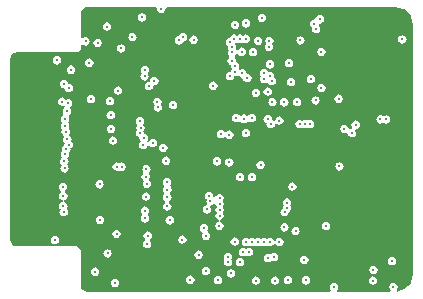
<source format=gbr>
%TF.GenerationSoftware,Altium Limited,Altium Designer,25.2.1 (25)*%
G04 Layer_Physical_Order=2*
G04 Layer_Color=36540*
%FSLAX45Y45*%
%MOMM*%
%TF.SameCoordinates,B7DAEB1B-2A83-4E2F-BFC4-A44EEF3E448A*%
%TF.FilePolarity,Positive*%
%TF.FileFunction,Copper,L2,Inr,Signal*%
%TF.Part,CustomerPanel*%
G01*
G75*
%TA.AperFunction,ViaPad*%
%ADD44C,0.30000*%
G36*
X4340436Y3700909D02*
X4378117Y3685301D01*
X4410475Y3660472D01*
X4435304Y3628114D01*
X4450912Y3590433D01*
X4456163Y3550543D01*
X4456054Y3549996D01*
Y1449996D01*
X4456163Y1449448D01*
X4450912Y1409559D01*
X4435304Y1371877D01*
X4410475Y1339520D01*
X4378117Y1314691D01*
X4340436Y1299082D01*
X4322768Y1296756D01*
X4317553Y1305756D01*
X4316061Y1311003D01*
X4322968Y1321339D01*
X4325684Y1334996D01*
X4322968Y1348652D01*
X4315232Y1360229D01*
X4303655Y1367965D01*
X4289999Y1370681D01*
X4276342Y1367965D01*
X4264765Y1360229D01*
X4257029Y1348652D01*
X4254313Y1334996D01*
X4257029Y1321339D01*
X4264765Y1309762D01*
X4265995Y1308940D01*
X4261445Y1293940D01*
X3818587D01*
X3814710Y1300275D01*
X3812217Y1308940D01*
X3818485Y1318321D01*
X3821202Y1331978D01*
X3818485Y1345634D01*
X3810750Y1357211D01*
X3799172Y1364947D01*
X3785516Y1367663D01*
X3771860Y1364947D01*
X3760283Y1357211D01*
X3752547Y1345634D01*
X3749830Y1331978D01*
X3752547Y1318321D01*
X3758815Y1308940D01*
X3756323Y1300275D01*
X3752446Y1293940D01*
X1699999D01*
Y1294020D01*
X1678578Y1298281D01*
X1660418Y1310415D01*
X1648284Y1328575D01*
X1644023Y1349996D01*
X1643943D01*
X1643942Y1350002D01*
Y1634996D01*
X1640596Y1651813D01*
X1631071Y1666069D01*
X1616814Y1675595D01*
X1599997Y1678940D01*
X1099999D01*
Y1679020D01*
X1078578Y1683281D01*
X1060418Y1695415D01*
X1048284Y1713575D01*
X1044023Y1734996D01*
X1043943D01*
Y3264996D01*
X1044023D01*
X1048284Y3286417D01*
X1060418Y3304576D01*
X1078578Y3316710D01*
X1099999Y3320971D01*
Y3321051D01*
X1599997D01*
X1616814Y3324396D01*
X1631071Y3333922D01*
X1640596Y3348179D01*
X1643942Y3364996D01*
Y3382702D01*
X1651528Y3386722D01*
X1658942Y3388642D01*
X1668842Y3382027D01*
X1682499Y3379310D01*
X1696155Y3382027D01*
X1707732Y3389762D01*
X1715468Y3401339D01*
X1718184Y3414996D01*
X1715468Y3428652D01*
X1707732Y3440229D01*
X1696155Y3447965D01*
X1682499Y3450681D01*
X1668842Y3447965D01*
X1658942Y3441350D01*
X1651528Y3443269D01*
X1643942Y3447289D01*
Y3649989D01*
X1643943Y3649996D01*
X1644023D01*
X1648284Y3671417D01*
X1660418Y3689576D01*
X1678578Y3701710D01*
X1699999Y3705971D01*
Y3706051D01*
X2275346D01*
X2287824Y3691895D01*
X2290541Y3678239D01*
X2298277Y3666662D01*
X2309854Y3658926D01*
X2323510Y3656210D01*
X2337167Y3658926D01*
X2348744Y3666662D01*
X2356479Y3678239D01*
X2359196Y3691895D01*
X2371674Y3706051D01*
X4299999D01*
X4300546Y3706160D01*
X4340436Y3700909D01*
D02*
G37*
%LPC*%
G36*
X2160000Y3653181D02*
X2146343Y3650465D01*
X2134766Y3642729D01*
X2127031Y3631152D01*
X2124314Y3617496D01*
X2127031Y3603839D01*
X2134766Y3592262D01*
X2146343Y3584526D01*
X2160000Y3581810D01*
X2173656Y3584526D01*
X2185233Y3592262D01*
X2192969Y3603839D01*
X2195685Y3617496D01*
X2192969Y3631152D01*
X2185233Y3642729D01*
X2173656Y3650465D01*
X2160000Y3653181D01*
D02*
G37*
G36*
X3174998Y3650681D02*
X3161342Y3647965D01*
X3149765Y3640229D01*
X3142029Y3628652D01*
X3139313Y3614996D01*
X3142029Y3601339D01*
X3149765Y3589762D01*
X3161342Y3582026D01*
X3174998Y3579310D01*
X3188655Y3582026D01*
X3200232Y3589762D01*
X3207968Y3601339D01*
X3210684Y3614996D01*
X3207968Y3628652D01*
X3200232Y3640229D01*
X3188655Y3647965D01*
X3174998Y3650681D01*
D02*
G37*
G36*
X3040512Y3603623D02*
X3026856Y3600906D01*
X3015278Y3593171D01*
X3007543Y3581594D01*
X3004826Y3567937D01*
X3007543Y3554281D01*
X3015278Y3542704D01*
X3026856Y3534968D01*
X3040512Y3532252D01*
X3054168Y3534968D01*
X3065745Y3542704D01*
X3073481Y3554281D01*
X3076198Y3567937D01*
X3073481Y3581594D01*
X3065745Y3593171D01*
X3054168Y3600906D01*
X3040512Y3603623D01*
D02*
G37*
G36*
X2949998Y3590681D02*
X2936342Y3587965D01*
X2924765Y3580229D01*
X2917029Y3568652D01*
X2914313Y3554996D01*
X2917029Y3541339D01*
X2924765Y3529762D01*
X2936342Y3522026D01*
X2949998Y3519310D01*
X2963655Y3522026D01*
X2975232Y3529762D01*
X2982968Y3541339D01*
X2985684Y3554996D01*
X2982968Y3568652D01*
X2975232Y3580229D01*
X2963655Y3587965D01*
X2949998Y3590681D01*
D02*
G37*
G36*
X1864920Y3575607D02*
X1851263Y3572891D01*
X1839686Y3565155D01*
X1831950Y3553578D01*
X1829234Y3539922D01*
X1831950Y3526265D01*
X1839686Y3514688D01*
X1851263Y3506952D01*
X1864920Y3504236D01*
X1878576Y3506952D01*
X1890153Y3514688D01*
X1897889Y3526265D01*
X1900605Y3539922D01*
X1897889Y3553578D01*
X1890153Y3565155D01*
X1878576Y3572891D01*
X1864920Y3575607D01*
D02*
G37*
G36*
X3665615Y3637367D02*
X3651959Y3634650D01*
X3640382Y3626915D01*
X3632646Y3615337D01*
X3632456Y3614383D01*
X3620001Y3601566D01*
X3606345Y3598850D01*
X3594768Y3591114D01*
X3587032Y3579537D01*
X3584316Y3565881D01*
X3587032Y3552224D01*
X3594768Y3540647D01*
X3603019Y3535134D01*
X3602029Y3533652D01*
X3599313Y3519996D01*
X3602029Y3506339D01*
X3609765Y3494762D01*
X3621342Y3487027D01*
X3634999Y3484310D01*
X3648655Y3487027D01*
X3660232Y3494762D01*
X3667968Y3506339D01*
X3670684Y3519996D01*
X3667968Y3533652D01*
X3660232Y3545229D01*
X3661890Y3562162D01*
X3665615Y3565995D01*
X3679272Y3568712D01*
X3690849Y3576447D01*
X3698584Y3588025D01*
X3701301Y3601681D01*
X3698584Y3615337D01*
X3690849Y3626915D01*
X3679272Y3634650D01*
X3665615Y3637367D01*
D02*
G37*
G36*
X2507943Y3484278D02*
X2494287Y3481561D01*
X2482709Y3473826D01*
X2474974Y3462249D01*
X2474347Y3459097D01*
X2473280Y3459310D01*
X2459623Y3456593D01*
X2448046Y3448857D01*
X2440311Y3437280D01*
X2437594Y3423624D01*
X2440311Y3409968D01*
X2448046Y3398390D01*
X2459623Y3390655D01*
X2473280Y3387938D01*
X2486936Y3390655D01*
X2498513Y3398390D01*
X2506249Y3409968D01*
X2506876Y3413119D01*
X2507943Y3412907D01*
X2521599Y3415623D01*
X2533177Y3423359D01*
X2540912Y3434936D01*
X2543629Y3448592D01*
X2540912Y3462249D01*
X2533177Y3473826D01*
X2521599Y3481561D01*
X2507943Y3484278D01*
D02*
G37*
G36*
X2939732Y3474069D02*
X2926075Y3471352D01*
X2914498Y3463617D01*
X2906763Y3452040D01*
X2905478Y3445579D01*
X2904630Y3445748D01*
X2890974Y3443031D01*
X2879396Y3435296D01*
X2871661Y3423719D01*
X2868944Y3410062D01*
X2871661Y3396406D01*
X2879396Y3384829D01*
X2889368Y3378166D01*
X2886942Y3365968D01*
X2889659Y3352312D01*
X2896384Y3342247D01*
X2891216Y3334513D01*
X2888500Y3320856D01*
X2890993Y3308323D01*
X2891216Y3307200D01*
X2898869Y3295747D01*
X2898951Y3295607D01*
X2898512Y3277876D01*
X2894765Y3275372D01*
X2887029Y3263795D01*
X2884313Y3250139D01*
X2887029Y3236482D01*
X2894765Y3224905D01*
X2906342Y3217169D01*
X2914192Y3215608D01*
X2912676Y3207988D01*
X2915393Y3194332D01*
X2923129Y3182755D01*
X2917237Y3168651D01*
X2916405Y3167406D01*
X2913728Y3153945D01*
X2904999Y3155682D01*
X2891342Y3152965D01*
X2879765Y3145229D01*
X2872029Y3133652D01*
X2869313Y3119996D01*
X2872029Y3106339D01*
X2879765Y3094762D01*
X2891342Y3087027D01*
X2904999Y3084310D01*
X2918655Y3087027D01*
X2930232Y3094762D01*
X2937968Y3106339D01*
X2940645Y3119800D01*
X2949375Y3118064D01*
X2963031Y3120781D01*
X2974608Y3128516D01*
X2983876Y3119115D01*
X2995453Y3111379D01*
X3002745Y3109929D01*
X3010500Y3106702D01*
X3018619Y3095261D01*
X3019587Y3090396D01*
X3027322Y3078819D01*
X3038900Y3071083D01*
X3052556Y3068366D01*
X3066212Y3071083D01*
X3077790Y3078819D01*
X3085525Y3090396D01*
X3088242Y3104052D01*
X3085525Y3117709D01*
X3077790Y3129286D01*
X3066212Y3137021D01*
X3058920Y3138472D01*
X3051165Y3141699D01*
X3043046Y3153140D01*
X3042078Y3158005D01*
X3034343Y3169582D01*
X3022766Y3177318D01*
X3009109Y3180034D01*
X2995453Y3177318D01*
X2986720Y3171483D01*
X2976026Y3182378D01*
X2980500Y3193087D01*
X2981331Y3194332D01*
X2984048Y3207988D01*
X2981331Y3221645D01*
X2973596Y3233222D01*
X2962018Y3240957D01*
X2954169Y3242519D01*
X2955684Y3250139D01*
X2953191Y3262672D01*
X2952968Y3263795D01*
X2945315Y3275248D01*
X2945233Y3275388D01*
X2945672Y3293119D01*
X2949419Y3295623D01*
X2957155Y3307200D01*
X2957751Y3310196D01*
X2965130Y3312068D01*
X2973360Y3311780D01*
X2979739Y3302233D01*
X2991316Y3294498D01*
X3004972Y3291781D01*
X3018628Y3294498D01*
X3030206Y3302233D01*
X3037941Y3313811D01*
X3040658Y3327467D01*
X3037941Y3341123D01*
X3030206Y3352701D01*
X3018628Y3360436D01*
X3004972Y3363153D01*
X2991316Y3360436D01*
X2979739Y3352701D01*
X2974945Y3345527D01*
X2960557Y3344341D01*
X2957971Y3345067D01*
X2954663Y3350914D01*
X2955597Y3352312D01*
X2958314Y3365968D01*
X2955597Y3379625D01*
X2949148Y3389277D01*
X2950856Y3398902D01*
X2953388Y3405414D01*
X2965523Y3412573D01*
X2977100Y3404838D01*
X2990757Y3402121D01*
X3004413Y3404838D01*
X3015265Y3412089D01*
X3026117Y3404838D01*
X3039773Y3402121D01*
X3053430Y3404838D01*
X3065007Y3412574D01*
X3072742Y3424151D01*
X3075459Y3437807D01*
X3072742Y3451464D01*
X3065007Y3463041D01*
X3053430Y3470776D01*
X3039773Y3473493D01*
X3026117Y3470776D01*
X3015265Y3463525D01*
X3004413Y3470776D01*
X2990757Y3473493D01*
X2977100Y3470776D01*
X2964965Y3463617D01*
X2953388Y3471352D01*
X2939732Y3474069D01*
D02*
G37*
G36*
X2079999Y3485681D02*
X2066342Y3482965D01*
X2054765Y3475229D01*
X2047029Y3463652D01*
X2044313Y3449996D01*
X2047029Y3436339D01*
X2054765Y3424762D01*
X2066342Y3417026D01*
X2079999Y3414310D01*
X2093655Y3417026D01*
X2105232Y3424762D01*
X2112968Y3436339D01*
X2115684Y3449996D01*
X2112968Y3463652D01*
X2105232Y3475229D01*
X2093655Y3482965D01*
X2079999Y3485681D01*
D02*
G37*
G36*
X4364735Y3467220D02*
X4351079Y3464503D01*
X4339502Y3456768D01*
X4331766Y3445190D01*
X4329050Y3431534D01*
X4331766Y3417878D01*
X4339502Y3406300D01*
X4351079Y3398565D01*
X4364735Y3395848D01*
X4378392Y3398565D01*
X4389969Y3406300D01*
X4397704Y3417878D01*
X4400421Y3431534D01*
X4397704Y3445190D01*
X4389969Y3456768D01*
X4378392Y3464503D01*
X4364735Y3467220D01*
D02*
G37*
G36*
X2597090Y3464706D02*
X2583434Y3461989D01*
X2571856Y3454253D01*
X2564121Y3442676D01*
X2561404Y3429020D01*
X2564121Y3415364D01*
X2571856Y3403786D01*
X2583434Y3396051D01*
X2597090Y3393334D01*
X2610746Y3396051D01*
X2622324Y3403786D01*
X2630059Y3415364D01*
X2632776Y3429020D01*
X2630059Y3442676D01*
X2622324Y3454253D01*
X2610746Y3461989D01*
X2597090Y3464706D01*
D02*
G37*
G36*
X3502233Y3458449D02*
X3488576Y3455732D01*
X3476999Y3447997D01*
X3469264Y3436419D01*
X3466547Y3422763D01*
X3469264Y3409107D01*
X3476999Y3397529D01*
X3488576Y3389794D01*
X3502233Y3387077D01*
X3515889Y3389794D01*
X3527466Y3397529D01*
X3535202Y3409107D01*
X3537919Y3422763D01*
X3535202Y3436419D01*
X3527466Y3447997D01*
X3515889Y3455732D01*
X3502233Y3458449D01*
D02*
G37*
G36*
X3144999Y3455681D02*
X3131342Y3452965D01*
X3119765Y3445229D01*
X3112029Y3433652D01*
X3109313Y3419996D01*
X3112029Y3406339D01*
X3119765Y3394762D01*
X3131342Y3387026D01*
X3144999Y3384310D01*
X3158655Y3387026D01*
X3170232Y3394762D01*
X3177968Y3406339D01*
X3180684Y3419996D01*
X3177968Y3433652D01*
X3170232Y3445229D01*
X3158655Y3452965D01*
X3144999Y3455681D01*
D02*
G37*
G36*
X1784573Y3438966D02*
X1770917Y3436250D01*
X1759339Y3428514D01*
X1751604Y3416937D01*
X1748887Y3403281D01*
X1751604Y3389624D01*
X1759339Y3378047D01*
X1770917Y3370312D01*
X1784573Y3367595D01*
X1798229Y3370312D01*
X1809807Y3378047D01*
X1817542Y3389624D01*
X1820259Y3403281D01*
X1817542Y3416937D01*
X1809807Y3428514D01*
X1798229Y3436250D01*
X1784573Y3438966D01*
D02*
G37*
G36*
X3239999Y3455681D02*
X3226342Y3452965D01*
X3214765Y3445229D01*
X3207029Y3433652D01*
X3204313Y3419996D01*
X3207029Y3406339D01*
X3213006Y3397395D01*
X3209765Y3395229D01*
X3202029Y3383652D01*
X3199313Y3369996D01*
X3202029Y3356339D01*
X3209765Y3344762D01*
X3221342Y3337026D01*
X3234999Y3334310D01*
X3248655Y3337026D01*
X3260232Y3344762D01*
X3267968Y3356339D01*
X3270684Y3369996D01*
X3267968Y3383652D01*
X3261991Y3392596D01*
X3265232Y3394762D01*
X3272968Y3406339D01*
X3275684Y3419996D01*
X3272968Y3433652D01*
X3265232Y3445229D01*
X3253655Y3452965D01*
X3239999Y3455681D01*
D02*
G37*
G36*
X1984999Y3390681D02*
X1971342Y3387965D01*
X1959765Y3380229D01*
X1952029Y3368652D01*
X1949313Y3354996D01*
X1952029Y3341339D01*
X1959765Y3329762D01*
X1971342Y3322026D01*
X1984999Y3319310D01*
X1998655Y3322026D01*
X2010232Y3329762D01*
X2017968Y3341339D01*
X2020684Y3354996D01*
X2017968Y3368652D01*
X2010232Y3380229D01*
X1998655Y3387965D01*
X1984999Y3390681D01*
D02*
G37*
G36*
X3680102Y3362731D02*
X3666446Y3360015D01*
X3654869Y3352279D01*
X3647133Y3340702D01*
X3644417Y3327045D01*
X3647133Y3313389D01*
X3654869Y3301812D01*
X3666446Y3294076D01*
X3680102Y3291360D01*
X3693759Y3294076D01*
X3705336Y3301812D01*
X3713072Y3313389D01*
X3715788Y3327045D01*
X3713072Y3340702D01*
X3705336Y3352279D01*
X3693759Y3360015D01*
X3680102Y3362731D01*
D02*
G37*
G36*
X3099999Y3360681D02*
X3086342Y3357965D01*
X3074765Y3350229D01*
X3067029Y3338652D01*
X3064313Y3324996D01*
X3067029Y3311339D01*
X3074765Y3299762D01*
X3086342Y3292026D01*
X3099999Y3289310D01*
X3113655Y3292026D01*
X3125232Y3299762D01*
X3132968Y3311339D01*
X3135684Y3324996D01*
X3132968Y3338652D01*
X3125232Y3350229D01*
X3113655Y3357965D01*
X3099999Y3360681D01*
D02*
G37*
G36*
X1439419Y3290081D02*
X1425763Y3287365D01*
X1414185Y3279629D01*
X1406450Y3268052D01*
X1403733Y3254396D01*
X1406450Y3240739D01*
X1414185Y3229162D01*
X1425763Y3221426D01*
X1439419Y3218710D01*
X1453075Y3221426D01*
X1464653Y3229162D01*
X1472388Y3240739D01*
X1475105Y3254396D01*
X1472388Y3268052D01*
X1464653Y3279629D01*
X1453075Y3287365D01*
X1439419Y3290081D01*
D02*
G37*
G36*
X1714999Y3270681D02*
X1701342Y3267965D01*
X1689765Y3260229D01*
X1682029Y3248652D01*
X1679313Y3234996D01*
X1682029Y3221339D01*
X1689765Y3209762D01*
X1701342Y3202026D01*
X1714999Y3199310D01*
X1728655Y3202026D01*
X1740232Y3209762D01*
X1747968Y3221339D01*
X1750684Y3234996D01*
X1747968Y3248652D01*
X1740232Y3260229D01*
X1728655Y3267965D01*
X1714999Y3270681D01*
D02*
G37*
G36*
X3404999Y3265681D02*
X3391342Y3262965D01*
X3379765Y3255229D01*
X3372029Y3243652D01*
X3369313Y3229996D01*
X3372029Y3216339D01*
X3379765Y3204762D01*
X3391342Y3197026D01*
X3404999Y3194310D01*
X3418655Y3197026D01*
X3430232Y3204762D01*
X3437968Y3216339D01*
X3440684Y3229996D01*
X3437968Y3243652D01*
X3430232Y3255229D01*
X3418655Y3262965D01*
X3404999Y3265681D01*
D02*
G37*
G36*
X3244999Y3255681D02*
X3231342Y3252965D01*
X3219765Y3245229D01*
X3212029Y3233652D01*
X3209313Y3219996D01*
X3212029Y3206339D01*
X3219765Y3194762D01*
X3231342Y3187026D01*
X3244999Y3184310D01*
X3258655Y3187026D01*
X3270232Y3194762D01*
X3277968Y3206339D01*
X3280684Y3219996D01*
X3277968Y3233652D01*
X3270232Y3245229D01*
X3258655Y3252965D01*
X3244999Y3255681D01*
D02*
G37*
G36*
X1559998Y3210681D02*
X1546342Y3207965D01*
X1534765Y3200229D01*
X1527029Y3188652D01*
X1524313Y3174996D01*
X1527029Y3161339D01*
X1534765Y3149762D01*
X1546342Y3142026D01*
X1559998Y3139310D01*
X1573655Y3142026D01*
X1585232Y3149762D01*
X1592968Y3161339D01*
X1595684Y3174996D01*
X1592968Y3188652D01*
X1585232Y3200229D01*
X1573655Y3207965D01*
X1559998Y3210681D01*
D02*
G37*
G36*
X2185379Y3210300D02*
X2171723Y3207584D01*
X2160146Y3199848D01*
X2152410Y3188271D01*
X2149694Y3174614D01*
X2152410Y3160958D01*
X2153599Y3159179D01*
X2157129Y3143497D01*
X2149394Y3131920D01*
X2146677Y3118263D01*
X2149394Y3104607D01*
X2157129Y3093030D01*
X2168707Y3085294D01*
X2182363Y3082578D01*
X2196019Y3085294D01*
X2207597Y3093030D01*
X2215332Y3104607D01*
X2218049Y3118263D01*
X2215332Y3131920D01*
X2214143Y3133699D01*
X2210613Y3149381D01*
X2218349Y3160958D01*
X2221065Y3174614D01*
X2218349Y3188271D01*
X2210613Y3199848D01*
X2199036Y3207584D01*
X2185379Y3210300D01*
D02*
G37*
G36*
X3589998Y3130681D02*
X3576342Y3127965D01*
X3564765Y3120229D01*
X3557029Y3108652D01*
X3554313Y3094996D01*
X3557029Y3081339D01*
X3564765Y3069762D01*
X3576342Y3062026D01*
X3589998Y3059310D01*
X3603655Y3062026D01*
X3615232Y3069762D01*
X3622968Y3081339D01*
X3625684Y3094996D01*
X3622968Y3108652D01*
X3615232Y3120229D01*
X3603655Y3127965D01*
X3589998Y3130681D01*
D02*
G37*
G36*
X3196521Y3181352D02*
X3182865Y3178635D01*
X3171288Y3170899D01*
X3163552Y3159322D01*
X3160836Y3145666D01*
X3163552Y3132009D01*
X3169779Y3122691D01*
X3169494Y3122500D01*
X3161758Y3110923D01*
X3159042Y3097267D01*
X3161758Y3083610D01*
X3169494Y3072033D01*
X3181071Y3064297D01*
X3194727Y3061581D01*
X3208384Y3064297D01*
X3211452Y3066347D01*
X3226915Y3063565D01*
X3228799Y3061271D01*
X3235049Y3051916D01*
X3246627Y3044180D01*
X3260283Y3041464D01*
X3273939Y3044180D01*
X3285517Y3051916D01*
X3293252Y3063493D01*
X3295969Y3077149D01*
X3293252Y3090806D01*
X3285517Y3102383D01*
X3278159Y3107299D01*
X3280684Y3119996D01*
X3277968Y3133652D01*
X3270232Y3145229D01*
X3258655Y3152965D01*
X3244999Y3155682D01*
X3244586Y3155599D01*
X3229491Y3159322D01*
X3221755Y3170899D01*
X3210178Y3178635D01*
X3196521Y3181352D01*
D02*
G37*
G36*
X3423900Y3104970D02*
X3410244Y3102253D01*
X3398666Y3094518D01*
X3390931Y3082940D01*
X3388214Y3069284D01*
X3390931Y3055628D01*
X3398666Y3044051D01*
X3410244Y3036315D01*
X3423900Y3033598D01*
X3437556Y3036315D01*
X3449134Y3044051D01*
X3456869Y3055628D01*
X3459586Y3069284D01*
X3456869Y3082940D01*
X3449134Y3094518D01*
X3437556Y3102253D01*
X3423900Y3104970D01*
D02*
G37*
G36*
X2764999Y3075681D02*
X2751342Y3072965D01*
X2739765Y3065229D01*
X2732029Y3053652D01*
X2729313Y3039996D01*
X2732029Y3026339D01*
X2739765Y3014762D01*
X2751342Y3007026D01*
X2764999Y3004310D01*
X2778655Y3007026D01*
X2790232Y3014762D01*
X2797968Y3026339D01*
X2800684Y3039996D01*
X2797968Y3053652D01*
X2790232Y3065229D01*
X2778655Y3072965D01*
X2764999Y3075681D01*
D02*
G37*
G36*
X2264999Y3115681D02*
X2251342Y3112965D01*
X2239765Y3105229D01*
X2232029Y3093652D01*
X2229944Y3083168D01*
X2218682Y3072715D01*
X2205026Y3069998D01*
X2193449Y3062263D01*
X2185713Y3050685D01*
X2182997Y3037029D01*
X2185713Y3023373D01*
X2193449Y3011795D01*
X2205026Y3004060D01*
X2218683Y3001343D01*
X2232339Y3004060D01*
X2243916Y3011795D01*
X2251652Y3023373D01*
X2253737Y3033856D01*
X2264999Y3044310D01*
X2278655Y3047026D01*
X2290232Y3054762D01*
X2297968Y3066339D01*
X2300684Y3079996D01*
X2297968Y3093652D01*
X2290232Y3105229D01*
X2278655Y3112965D01*
X2264999Y3115681D01*
D02*
G37*
G36*
X3679998Y3055681D02*
X3666342Y3052965D01*
X3654765Y3045229D01*
X3647029Y3033652D01*
X3644313Y3019996D01*
X3647029Y3006339D01*
X3654765Y2994762D01*
X3666342Y2987027D01*
X3679998Y2984310D01*
X3693655Y2987027D01*
X3705232Y2994762D01*
X3712968Y3006339D01*
X3715684Y3019996D01*
X3712968Y3033652D01*
X3705232Y3045229D01*
X3693655Y3052965D01*
X3679998Y3055681D01*
D02*
G37*
G36*
X1499999Y3090681D02*
X1486342Y3087965D01*
X1474765Y3080229D01*
X1467029Y3068652D01*
X1464313Y3054996D01*
X1467029Y3041339D01*
X1474765Y3029762D01*
X1486342Y3022026D01*
X1499998Y3019310D01*
X1507029Y3006338D01*
X1514764Y2994761D01*
X1526342Y2987025D01*
X1539998Y2984309D01*
X1553654Y2987025D01*
X1565232Y2994761D01*
X1572967Y3006338D01*
X1575684Y3019994D01*
X1572967Y3033651D01*
X1565232Y3045228D01*
X1553654Y3052964D01*
X1539998Y3055680D01*
X1535829Y3054851D01*
X1535684Y3054996D01*
X1532968Y3068652D01*
X1525232Y3080229D01*
X1513655Y3087965D01*
X1499999Y3090681D01*
D02*
G37*
G36*
X1959998Y3033890D02*
X1946342Y3031173D01*
X1934765Y3023437D01*
X1927029Y3011860D01*
X1924313Y2998204D01*
X1927029Y2984547D01*
X1934765Y2972970D01*
X1946342Y2965235D01*
X1959998Y2962518D01*
X1973655Y2965235D01*
X1985232Y2972970D01*
X1992968Y2984547D01*
X1995684Y2998204D01*
X1992968Y3011860D01*
X1985232Y3023437D01*
X1973655Y3031173D01*
X1959998Y3033890D01*
D02*
G37*
G36*
X3224999Y3025681D02*
X3211342Y3022965D01*
X3199765Y3015229D01*
X3192029Y3003652D01*
X3189313Y2989996D01*
X3192029Y2976339D01*
X3199765Y2964762D01*
X3211342Y2957026D01*
X3224999Y2954310D01*
X3238655Y2957026D01*
X3250232Y2964762D01*
X3257968Y2976339D01*
X3260684Y2989996D01*
X3257968Y3003652D01*
X3250232Y3015229D01*
X3238655Y3022965D01*
X3224999Y3025681D01*
D02*
G37*
G36*
X3124141Y3014766D02*
X3110485Y3012049D01*
X3098907Y3004314D01*
X3091172Y2992736D01*
X3088455Y2979080D01*
X3091172Y2965424D01*
X3098907Y2953847D01*
X3110485Y2946111D01*
X3124141Y2943394D01*
X3137797Y2946111D01*
X3149375Y2953847D01*
X3157110Y2965424D01*
X3159827Y2979080D01*
X3157110Y2992736D01*
X3149375Y3004314D01*
X3137797Y3012049D01*
X3124141Y3014766D01*
D02*
G37*
G36*
X3824998Y2965681D02*
X3811342Y2962965D01*
X3799765Y2955229D01*
X3792029Y2943652D01*
X3789313Y2929996D01*
X3792029Y2916339D01*
X3799765Y2904762D01*
X3811342Y2897026D01*
X3824998Y2894310D01*
X3838655Y2897026D01*
X3850232Y2904762D01*
X3857968Y2916339D01*
X3860684Y2929996D01*
X3857968Y2943652D01*
X3850232Y2955229D01*
X3838655Y2962965D01*
X3824998Y2965681D01*
D02*
G37*
G36*
X1729954Y2962807D02*
X1716298Y2960090D01*
X1704720Y2952355D01*
X1696985Y2940777D01*
X1694268Y2927121D01*
X1696985Y2913465D01*
X1704720Y2901888D01*
X1716298Y2894152D01*
X1729954Y2891435D01*
X1743610Y2894152D01*
X1755188Y2901888D01*
X1762923Y2913465D01*
X1765640Y2927121D01*
X1762923Y2940777D01*
X1755188Y2952355D01*
X1743610Y2960090D01*
X1729954Y2962807D01*
D02*
G37*
G36*
X3629999Y2950681D02*
X3616342Y2947965D01*
X3604765Y2940229D01*
X3597029Y2928652D01*
X3594313Y2914996D01*
X3597029Y2901339D01*
X3604765Y2889762D01*
X3616342Y2882026D01*
X3629999Y2879310D01*
X3643655Y2882026D01*
X3655232Y2889762D01*
X3662968Y2901339D01*
X3665684Y2914996D01*
X3662968Y2928652D01*
X3655232Y2940229D01*
X3643655Y2947965D01*
X3629999Y2950681D01*
D02*
G37*
G36*
X1889998Y2945681D02*
X1876342Y2942965D01*
X1864765Y2935229D01*
X1857029Y2923652D01*
X1854313Y2909996D01*
X1857029Y2896339D01*
X1864765Y2884762D01*
X1876342Y2877027D01*
X1889998Y2874310D01*
X1903655Y2877027D01*
X1915232Y2884762D01*
X1922967Y2896339D01*
X1925684Y2909996D01*
X1922967Y2923652D01*
X1915232Y2935229D01*
X1903655Y2942965D01*
X1889998Y2945681D01*
D02*
G37*
G36*
X3474998Y2935681D02*
X3461342Y2932965D01*
X3449765Y2925229D01*
X3442029Y2913652D01*
X3439313Y2899996D01*
X3442029Y2886339D01*
X3449765Y2874762D01*
X3461342Y2867027D01*
X3474998Y2864310D01*
X3488655Y2867027D01*
X3500232Y2874762D01*
X3507968Y2886339D01*
X3510684Y2899996D01*
X3507968Y2913652D01*
X3500232Y2925229D01*
X3488655Y2932965D01*
X3474998Y2935681D01*
D02*
G37*
G36*
X3264999D02*
X3251342Y2932965D01*
X3239765Y2925229D01*
X3232029Y2913652D01*
X3229313Y2899996D01*
X3232029Y2886339D01*
X3239765Y2874762D01*
X3251342Y2867027D01*
X3264999Y2864310D01*
X3278655Y2867027D01*
X3290232Y2874762D01*
X3297968Y2886339D01*
X3300684Y2899996D01*
X3297968Y2913652D01*
X3290232Y2925229D01*
X3278655Y2932965D01*
X3264999Y2935681D01*
D02*
G37*
G36*
X3365656Y2934316D02*
X3352000Y2931599D01*
X3340423Y2923864D01*
X3332687Y2912287D01*
X3329970Y2898630D01*
X3332687Y2884974D01*
X3340423Y2873397D01*
X3352000Y2865661D01*
X3365656Y2862944D01*
X3379313Y2865661D01*
X3390890Y2873397D01*
X3398625Y2884974D01*
X3401342Y2898630D01*
X3398625Y2912287D01*
X3390890Y2923864D01*
X3379313Y2931599D01*
X3365656Y2934316D01*
D02*
G37*
G36*
X2424998Y2910682D02*
X2411342Y2907965D01*
X2399765Y2900229D01*
X2392029Y2888652D01*
X2389313Y2874996D01*
X2392029Y2861339D01*
X2399765Y2849762D01*
X2411342Y2842027D01*
X2424998Y2839310D01*
X2438655Y2842027D01*
X2450232Y2849762D01*
X2457968Y2861339D01*
X2460684Y2874996D01*
X2457968Y2888652D01*
X2450232Y2900229D01*
X2438655Y2907965D01*
X2424998Y2910682D01*
D02*
G37*
G36*
X2291615Y2936796D02*
X2277959Y2934079D01*
X2266382Y2926344D01*
X2258646Y2914766D01*
X2255930Y2901110D01*
X2258646Y2887454D01*
X2266382Y2875876D01*
X2266710Y2875657D01*
X2262029Y2868652D01*
X2259313Y2854996D01*
X2262029Y2841339D01*
X2269765Y2829762D01*
X2281342Y2822026D01*
X2294998Y2819310D01*
X2308655Y2822026D01*
X2320232Y2829762D01*
X2327968Y2841339D01*
X2330684Y2854996D01*
X2327968Y2868652D01*
X2320232Y2880229D01*
X2319904Y2880448D01*
X2324585Y2887454D01*
X2327301Y2901110D01*
X2324585Y2914766D01*
X2316849Y2926344D01*
X2305272Y2934079D01*
X2291615Y2936796D01*
D02*
G37*
G36*
X3089998Y2800681D02*
X3076342Y2797965D01*
X3064880Y2790307D01*
X3064753Y2790225D01*
X3050232Y2785229D01*
X3038655Y2792965D01*
X3024999Y2795681D01*
X3011342Y2792965D01*
X2999765Y2785229D01*
X2985244Y2790225D01*
X2985117Y2790306D01*
X2973655Y2797965D01*
X2959998Y2800681D01*
X2946342Y2797965D01*
X2934765Y2790229D01*
X2927029Y2778652D01*
X2924313Y2764996D01*
X2927029Y2751339D01*
X2934765Y2739762D01*
X2946342Y2732027D01*
X2959998Y2729310D01*
X2973655Y2732027D01*
X2985232Y2739762D01*
X2999753Y2734766D01*
X2999880Y2734685D01*
X3011342Y2727027D01*
X3024999Y2724310D01*
X3038655Y2727027D01*
X3050117Y2734685D01*
X3050244Y2734766D01*
X3064765Y2739762D01*
X3076342Y2732027D01*
X3089998Y2729310D01*
X3103655Y2732027D01*
X3115232Y2739762D01*
X3122968Y2751339D01*
X3125684Y2764996D01*
X3122968Y2778652D01*
X3115232Y2790229D01*
X3103655Y2797965D01*
X3089998Y2800681D01*
D02*
G37*
G36*
X1895370Y2825681D02*
X1881713Y2822965D01*
X1870136Y2815229D01*
X1862400Y2803652D01*
X1859684Y2789996D01*
X1862400Y2776339D01*
X1870136Y2764762D01*
X1881713Y2757026D01*
X1895370Y2754310D01*
X1909026Y2757026D01*
X1920603Y2764762D01*
X1928339Y2776339D01*
X1931055Y2789996D01*
X1928339Y2803652D01*
X1920603Y2815229D01*
X1909026Y2822965D01*
X1895370Y2825681D01*
D02*
G37*
G36*
X3538717Y2751147D02*
X3525061Y2748430D01*
X3516509Y2742717D01*
X3508655Y2747965D01*
X3494999Y2750681D01*
X3481342Y2747965D01*
X3469765Y2740229D01*
X3462029Y2728652D01*
X3459313Y2714996D01*
X3462029Y2701339D01*
X3469765Y2689762D01*
X3481342Y2682026D01*
X3494999Y2679310D01*
X3508655Y2682026D01*
X3517206Y2687740D01*
X3525061Y2682492D01*
X3538717Y2679775D01*
X3552373Y2682492D01*
X3559617Y2687332D01*
X3569355Y2680825D01*
X3583012Y2678108D01*
X3596668Y2680825D01*
X3608245Y2688561D01*
X3615981Y2700138D01*
X3618697Y2713794D01*
X3615981Y2727450D01*
X3608245Y2739028D01*
X3596668Y2746763D01*
X3583012Y2749480D01*
X3569355Y2746763D01*
X3562112Y2741923D01*
X3552373Y2748430D01*
X3538717Y2751147D01*
D02*
G37*
G36*
X4179998Y2790681D02*
X4166342Y2787965D01*
X4154765Y2780229D01*
X4147029Y2768652D01*
X4144313Y2754996D01*
X4147029Y2741339D01*
X4154765Y2729762D01*
X4166342Y2722027D01*
X4179998Y2719310D01*
X4193655Y2722027D01*
X4203193Y2728400D01*
X4214482Y2720857D01*
X4228138Y2718140D01*
X4241794Y2720857D01*
X4253371Y2728592D01*
X4261107Y2740170D01*
X4263824Y2753826D01*
X4261107Y2767482D01*
X4253371Y2779060D01*
X4241794Y2786795D01*
X4228138Y2789512D01*
X4214482Y2786795D01*
X4204944Y2780422D01*
X4193655Y2787965D01*
X4179998Y2790681D01*
D02*
G37*
G36*
X3224999D02*
X3211342Y2787965D01*
X3199765Y2780229D01*
X3192029Y2768652D01*
X3189313Y2754996D01*
X3192029Y2741339D01*
X3199765Y2729762D01*
X3211342Y2722027D01*
X3215541Y2721191D01*
X3214308Y2714993D01*
X3217025Y2701336D01*
X3224760Y2689759D01*
X3236338Y2682023D01*
X3249994Y2679307D01*
X3263650Y2682023D01*
X3275228Y2689759D01*
X3282963Y2701336D01*
X3285412Y2713647D01*
X3291331Y2716864D01*
X3291677Y2716979D01*
X3300150Y2719131D01*
X3311073Y2711833D01*
X3324729Y2709117D01*
X3338386Y2711833D01*
X3349963Y2719569D01*
X3357699Y2731146D01*
X3360415Y2744802D01*
X3357699Y2758459D01*
X3349963Y2770036D01*
X3338386Y2777772D01*
X3324729Y2780488D01*
X3311073Y2777772D01*
X3299496Y2770036D01*
X3291760Y2758459D01*
X3289311Y2746148D01*
X3283392Y2742931D01*
X3283047Y2742816D01*
X3274573Y2740664D01*
X3263650Y2747962D01*
X3259451Y2748797D01*
X3260684Y2754996D01*
X3257968Y2768652D01*
X3250232Y2780229D01*
X3238655Y2787965D01*
X3224999Y2790681D01*
D02*
G37*
G36*
X3969998Y2745681D02*
X3956342Y2742965D01*
X3944765Y2735229D01*
X3937029Y2723652D01*
X3934313Y2709996D01*
X3937029Y2696339D01*
X3942702Y2687849D01*
X3941621Y2681984D01*
X3939743Y2677438D01*
X3936324Y2672450D01*
X3926342Y2670465D01*
X3925350Y2669802D01*
X3921486Y2670512D01*
X3909710Y2677392D01*
X3907968Y2686152D01*
X3900232Y2697729D01*
X3888655Y2705465D01*
X3874999Y2708182D01*
X3861342Y2705465D01*
X3849765Y2697729D01*
X3842029Y2686152D01*
X3839313Y2672496D01*
X3842029Y2658839D01*
X3849765Y2647262D01*
X3861342Y2639527D01*
X3874999Y2636810D01*
X3888655Y2639527D01*
X3889647Y2640190D01*
X3893511Y2639480D01*
X3905287Y2632599D01*
X3907029Y2623839D01*
X3914765Y2612262D01*
X3926342Y2604526D01*
X3939998Y2601810D01*
X3953655Y2604526D01*
X3965232Y2612262D01*
X3972968Y2623839D01*
X3975684Y2637496D01*
X3972968Y2651152D01*
X3967295Y2659642D01*
X3968376Y2665507D01*
X3970253Y2670053D01*
X3973673Y2675041D01*
X3983655Y2677026D01*
X3995232Y2684762D01*
X4002968Y2696339D01*
X4005684Y2709996D01*
X4002968Y2723652D01*
X3995232Y2735229D01*
X3983655Y2742965D01*
X3969998Y2745681D01*
D02*
G37*
G36*
X1899107Y2710682D02*
X1885451Y2707966D01*
X1873874Y2700230D01*
X1866138Y2688653D01*
X1863421Y2674996D01*
X1866138Y2661340D01*
X1873874Y2649763D01*
X1885451Y2642027D01*
X1899107Y2639311D01*
X1912764Y2642027D01*
X1924341Y2649763D01*
X1932076Y2661340D01*
X1934793Y2674996D01*
X1932076Y2688653D01*
X1924341Y2700230D01*
X1912764Y2707966D01*
X1899107Y2710682D01*
D02*
G37*
G36*
X3039055Y2673181D02*
X3025399Y2670465D01*
X3013822Y2662729D01*
X3006086Y2651152D01*
X3003370Y2637496D01*
X3006086Y2623839D01*
X3013822Y2612262D01*
X3025399Y2604526D01*
X3039055Y2601810D01*
X3052712Y2604526D01*
X3064289Y2612262D01*
X3072025Y2623839D01*
X3074741Y2637496D01*
X3072025Y2651152D01*
X3064289Y2662729D01*
X3052712Y2670465D01*
X3039055Y2673181D01*
D02*
G37*
G36*
X2829998Y2665681D02*
X2816342Y2662965D01*
X2804765Y2655229D01*
X2797029Y2643652D01*
X2794313Y2629996D01*
X2797029Y2616339D01*
X2804765Y2604762D01*
X2816342Y2597027D01*
X2829998Y2594310D01*
X2843655Y2597027D01*
X2854904Y2604543D01*
X2855287Y2604758D01*
X2872348Y2603379D01*
X2874765Y2599762D01*
X2886342Y2592027D01*
X2899999Y2589310D01*
X2913655Y2592027D01*
X2925232Y2599762D01*
X2932968Y2611339D01*
X2935684Y2624996D01*
X2932968Y2638652D01*
X2925232Y2650229D01*
X2913655Y2657965D01*
X2899999Y2660681D01*
X2886342Y2657965D01*
X2875093Y2650449D01*
X2874710Y2650234D01*
X2857649Y2651612D01*
X2855232Y2655229D01*
X2843655Y2662965D01*
X2829998Y2665681D01*
D02*
G37*
G36*
X1913272Y2610681D02*
X1899615Y2607965D01*
X1888038Y2600229D01*
X1880303Y2588652D01*
X1877586Y2574996D01*
X1880303Y2561339D01*
X1888038Y2549762D01*
X1899615Y2542026D01*
X1913272Y2539310D01*
X1926928Y2542026D01*
X1938505Y2549762D01*
X1946241Y2561339D01*
X1948957Y2574996D01*
X1946241Y2588652D01*
X1938505Y2600229D01*
X1926928Y2607965D01*
X1913272Y2610681D01*
D02*
G37*
G36*
X2141585Y2775682D02*
X2127929Y2772965D01*
X2116351Y2765229D01*
X2108616Y2753652D01*
X2105899Y2739996D01*
X2108616Y2726339D01*
X2116351Y2714762D01*
X2116197Y2696825D01*
X2115260Y2695422D01*
X2112543Y2681765D01*
X2115260Y2668109D01*
X2120290Y2660580D01*
X2119765Y2660229D01*
X2112029Y2648652D01*
X2109313Y2634996D01*
X2112029Y2621339D01*
X2119765Y2609762D01*
X2131342Y2602027D01*
X2140355Y2600234D01*
X2139313Y2594996D01*
X2142029Y2581339D01*
X2149765Y2569762D01*
Y2563754D01*
X2146607Y2561645D01*
X2138872Y2550067D01*
X2136155Y2536411D01*
X2138872Y2522755D01*
X2146607Y2511177D01*
X2158184Y2503442D01*
X2171841Y2500725D01*
X2185497Y2503442D01*
X2197074Y2511177D01*
X2204810Y2522755D01*
X2206458Y2531038D01*
X2221973Y2534816D01*
X2226531Y2527994D01*
X2238109Y2520258D01*
X2251765Y2517542D01*
X2265421Y2520258D01*
X2276999Y2527994D01*
X2284734Y2539571D01*
X2287451Y2553228D01*
X2284734Y2566884D01*
X2276999Y2578461D01*
X2265421Y2586197D01*
X2251765Y2588913D01*
X2238109Y2586197D01*
X2226531Y2578461D01*
X2219740Y2568296D01*
X2216928Y2566271D01*
X2207942Y2563321D01*
X2202939Y2564057D01*
X2200536Y2569122D01*
X2200359Y2569951D01*
X2207968Y2581339D01*
X2210684Y2594996D01*
X2207968Y2608652D01*
X2200232Y2620229D01*
X2188655Y2627965D01*
X2179642Y2629758D01*
X2180684Y2634996D01*
X2177968Y2648652D01*
X2172937Y2656181D01*
X2173463Y2656532D01*
X2181198Y2668109D01*
X2183915Y2681765D01*
X2181198Y2695422D01*
X2173463Y2706999D01*
X2173617Y2724936D01*
X2174554Y2726339D01*
X2177271Y2739996D01*
X2174554Y2753652D01*
X2166819Y2765229D01*
X2155241Y2772965D01*
X2141585Y2775682D01*
D02*
G37*
G36*
X2341199Y2548810D02*
X2327543Y2546094D01*
X2315965Y2538358D01*
X2308230Y2526781D01*
X2305513Y2513125D01*
X2308230Y2499468D01*
X2315965Y2487891D01*
X2327543Y2480155D01*
X2341199Y2477439D01*
X2354855Y2480155D01*
X2366433Y2487891D01*
X2374168Y2499468D01*
X2376885Y2513125D01*
X2374168Y2526781D01*
X2366433Y2538358D01*
X2354855Y2546094D01*
X2341199Y2548810D01*
D02*
G37*
G36*
X2364999Y2440681D02*
X2351342Y2437965D01*
X2339765Y2430229D01*
X2332029Y2418652D01*
X2329313Y2404996D01*
X2332029Y2391339D01*
X2339765Y2379762D01*
X2351342Y2372026D01*
X2364999Y2369310D01*
X2378655Y2372026D01*
X2390232Y2379762D01*
X2397968Y2391339D01*
X2400684Y2404996D01*
X2397968Y2418652D01*
X2390232Y2430229D01*
X2378655Y2437965D01*
X2364999Y2440681D01*
D02*
G37*
G36*
X2794999Y2435015D02*
X2781343Y2432299D01*
X2769765Y2424563D01*
X2762030Y2412986D01*
X2759313Y2399329D01*
X2762030Y2385673D01*
X2769765Y2374096D01*
X2781343Y2366360D01*
X2794999Y2363644D01*
X2808655Y2366360D01*
X2820233Y2374096D01*
X2827968Y2385673D01*
X2830685Y2399329D01*
X2827968Y2412986D01*
X2820233Y2424563D01*
X2808655Y2432299D01*
X2794999Y2435015D01*
D02*
G37*
G36*
X2899999Y2425681D02*
X2886342Y2422965D01*
X2874765Y2415229D01*
X2867029Y2403652D01*
X2864313Y2389996D01*
X2867029Y2376339D01*
X2874765Y2364762D01*
X2886342Y2357027D01*
X2899999Y2354310D01*
X2913655Y2357027D01*
X2925232Y2364762D01*
X2932968Y2376339D01*
X2935684Y2389996D01*
X2932968Y2403652D01*
X2925232Y2415229D01*
X2913655Y2422965D01*
X2899999Y2425681D01*
D02*
G37*
G36*
X3164509Y2403638D02*
X3150852Y2400922D01*
X3139275Y2393186D01*
X3131540Y2381609D01*
X3128823Y2367952D01*
X3131540Y2354296D01*
X3139275Y2342719D01*
X3150852Y2334983D01*
X3164509Y2332267D01*
X3178165Y2334983D01*
X3189742Y2342719D01*
X3197478Y2354296D01*
X3200195Y2367952D01*
X3197478Y2381609D01*
X3189742Y2393186D01*
X3178165Y2400922D01*
X3164509Y2403638D01*
D02*
G37*
G36*
X3832579Y2391476D02*
X3818923Y2388759D01*
X3807345Y2381024D01*
X3799610Y2369446D01*
X3796893Y2355790D01*
X3799610Y2342134D01*
X3807345Y2330556D01*
X3818923Y2322821D01*
X3832579Y2320104D01*
X3846235Y2322821D01*
X3857813Y2330556D01*
X3865548Y2342134D01*
X3868265Y2355790D01*
X3865548Y2369446D01*
X3857813Y2381024D01*
X3846235Y2388759D01*
X3832579Y2391476D01*
D02*
G37*
G36*
X1945000Y2390475D02*
X1931344Y2387759D01*
X1919767Y2380023D01*
X1912031Y2368446D01*
X1909315Y2354790D01*
X1912031Y2341133D01*
X1919767Y2329556D01*
X1931344Y2321820D01*
X1945000Y2319104D01*
X1958657Y2321820D01*
X1965914Y2326669D01*
X1973842Y2321372D01*
X1987498Y2318655D01*
X2001154Y2321372D01*
X2012732Y2329107D01*
X2020467Y2340684D01*
X2023184Y2354341D01*
X2020467Y2367997D01*
X2012732Y2379574D01*
X2001154Y2387310D01*
X1987498Y2390026D01*
X1973842Y2387310D01*
X1966585Y2382461D01*
X1958657Y2387759D01*
X1945000Y2390475D01*
D02*
G37*
G36*
X1484999Y2940681D02*
X1471342Y2937965D01*
X1459765Y2930229D01*
X1452029Y2918652D01*
X1449313Y2904996D01*
X1452029Y2891339D01*
X1459765Y2879762D01*
X1471342Y2872027D01*
X1484999Y2869310D01*
X1497655Y2871828D01*
X1499609Y2871075D01*
X1500324Y2870586D01*
X1505543Y2866080D01*
X1503893Y2849424D01*
X1499457Y2846460D01*
X1491721Y2834883D01*
X1489005Y2821227D01*
X1491721Y2807570D01*
X1494806Y2802953D01*
X1495996Y2791336D01*
X1490681Y2784183D01*
X1484765Y2780229D01*
X1477029Y2768652D01*
X1474313Y2754996D01*
X1477029Y2741339D01*
X1480843Y2735632D01*
X1484712Y2720176D01*
X1476977Y2708599D01*
X1474260Y2694943D01*
X1476977Y2681287D01*
X1484614Y2669856D01*
X1481094Y2664588D01*
X1478377Y2650931D01*
X1481094Y2637275D01*
X1488829Y2625698D01*
X1494697Y2621777D01*
X1500031Y2614446D01*
X1498808Y2602986D01*
X1495650Y2598259D01*
X1492933Y2584602D01*
X1495650Y2570946D01*
X1503385Y2559369D01*
X1508032Y2556264D01*
X1506750Y2554345D01*
X1504034Y2540689D01*
X1505521Y2533212D01*
X1495322Y2526397D01*
X1487587Y2514820D01*
X1484870Y2501163D01*
X1487587Y2487507D01*
X1487768Y2487236D01*
X1484765Y2485229D01*
X1477029Y2473652D01*
X1474313Y2459996D01*
X1477029Y2446339D01*
X1484765Y2434762D01*
X1476452Y2422276D01*
X1470471Y2413323D01*
X1467754Y2399667D01*
X1470471Y2386011D01*
X1474605Y2379822D01*
X1479765Y2365229D01*
X1472029Y2353652D01*
X1469313Y2339996D01*
X1472029Y2326339D01*
X1479765Y2314762D01*
X1491342Y2307026D01*
X1504999Y2304310D01*
X1518655Y2307026D01*
X1530232Y2314762D01*
X1537968Y2326339D01*
X1540684Y2339996D01*
X1537968Y2353652D01*
X1533833Y2359840D01*
X1528673Y2374434D01*
X1536409Y2386011D01*
X1539125Y2399667D01*
X1536409Y2413323D01*
X1528673Y2424900D01*
X1536986Y2437387D01*
X1542968Y2446339D01*
X1545684Y2459996D01*
X1542968Y2473652D01*
X1542786Y2473923D01*
X1545789Y2475930D01*
X1553525Y2487507D01*
X1556241Y2501163D01*
X1554754Y2508641D01*
X1564953Y2515455D01*
X1572688Y2527033D01*
X1575405Y2540689D01*
X1572688Y2554345D01*
X1564953Y2565923D01*
X1560306Y2569027D01*
X1561588Y2570946D01*
X1564305Y2584602D01*
X1561588Y2598259D01*
X1553853Y2609836D01*
X1547985Y2613757D01*
X1542651Y2621088D01*
X1543874Y2632548D01*
X1547032Y2637275D01*
X1549749Y2650931D01*
X1547032Y2664588D01*
X1539395Y2676018D01*
X1542915Y2681287D01*
X1545632Y2694943D01*
X1542915Y2708599D01*
X1539101Y2714307D01*
X1535232Y2729762D01*
X1542968Y2741339D01*
X1545684Y2754996D01*
X1542968Y2768652D01*
X1539883Y2773269D01*
X1538693Y2784886D01*
X1544008Y2792040D01*
X1549924Y2795993D01*
X1557660Y2807570D01*
X1560376Y2821227D01*
X1557660Y2834883D01*
X1549924Y2846460D01*
X1549983Y2848601D01*
X1552778Y2862594D01*
X1561897Y2868687D01*
X1569633Y2880264D01*
X1572349Y2893920D01*
X1569633Y2907577D01*
X1561897Y2919154D01*
X1550320Y2926889D01*
X1536663Y2929606D01*
X1523007Y2926889D01*
X1515718Y2922019D01*
X1510232Y2930229D01*
X1498655Y2937965D01*
X1484999Y2940681D01*
D02*
G37*
G36*
X3092210Y2300551D02*
X3078554Y2297835D01*
X3066977Y2290099D01*
X3059241Y2278522D01*
X3056524Y2264865D01*
X3059241Y2251209D01*
X3066977Y2239632D01*
X3078554Y2231896D01*
X3092210Y2229180D01*
X3105867Y2231896D01*
X3117444Y2239632D01*
X3125179Y2251209D01*
X3127896Y2264865D01*
X3125179Y2278522D01*
X3117444Y2290099D01*
X3105867Y2297835D01*
X3092210Y2300551D01*
D02*
G37*
G36*
X2992180D02*
X2978524Y2297835D01*
X2966947Y2290099D01*
X2959211Y2278522D01*
X2956495Y2264865D01*
X2959211Y2251209D01*
X2966947Y2239632D01*
X2978524Y2231896D01*
X2992180Y2229180D01*
X3005837Y2231896D01*
X3017414Y2239632D01*
X3025150Y2251209D01*
X3027866Y2264865D01*
X3025150Y2278522D01*
X3017414Y2290099D01*
X3005837Y2297835D01*
X2992180Y2300551D01*
D02*
G37*
G36*
X2198239Y2368417D02*
X2184582Y2365701D01*
X2173005Y2357965D01*
X2165269Y2346388D01*
X2162553Y2332731D01*
X2165269Y2319075D01*
X2173005Y2307498D01*
X2165832Y2294250D01*
X2158732Y2283625D01*
X2156015Y2269968D01*
X2158732Y2256312D01*
X2166468Y2244735D01*
X2166583Y2244658D01*
X2176483Y2234635D01*
X2170406Y2225436D01*
X2168790Y2223016D01*
X2166073Y2209360D01*
X2168790Y2195703D01*
X2176525Y2184126D01*
X2188103Y2176390D01*
X2201759Y2173674D01*
X2215415Y2176390D01*
X2226992Y2184126D01*
X2234728Y2195703D01*
X2237445Y2209360D01*
X2234728Y2223016D01*
X2226992Y2234593D01*
X2226877Y2234670D01*
X2216977Y2244692D01*
X2223054Y2253892D01*
X2224670Y2256312D01*
X2227387Y2269968D01*
X2224670Y2283625D01*
X2216935Y2295202D01*
X2224108Y2308449D01*
X2231208Y2319075D01*
X2233924Y2332731D01*
X2231208Y2346388D01*
X2223472Y2357965D01*
X2211895Y2365701D01*
X2198239Y2368417D01*
D02*
G37*
G36*
X1801534Y2240457D02*
X1787878Y2237740D01*
X1776300Y2230004D01*
X1768565Y2218427D01*
X1765848Y2204771D01*
X1768565Y2191114D01*
X1776300Y2179537D01*
X1787878Y2171802D01*
X1801534Y2169085D01*
X1815190Y2171802D01*
X1826767Y2179537D01*
X1834503Y2191114D01*
X1837220Y2204771D01*
X1834503Y2218427D01*
X1826767Y2230004D01*
X1815190Y2237740D01*
X1801534Y2240457D01*
D02*
G37*
G36*
X3434503Y2221471D02*
X3420847Y2218754D01*
X3409270Y2211019D01*
X3401534Y2199441D01*
X3398817Y2185785D01*
X3401534Y2172129D01*
X3409270Y2160551D01*
X3420847Y2152816D01*
X3434503Y2150099D01*
X3448159Y2152816D01*
X3459737Y2160551D01*
X3467472Y2172129D01*
X3470189Y2185785D01*
X3467472Y2199441D01*
X3459737Y2211019D01*
X3448159Y2218754D01*
X3434503Y2221471D01*
D02*
G37*
G36*
X2196506Y2136773D02*
X2182849Y2134056D01*
X2171272Y2126321D01*
X2163536Y2114743D01*
X2160820Y2101087D01*
X2163536Y2087431D01*
X2171272Y2075853D01*
X2182849Y2068118D01*
X2196506Y2065401D01*
X2210162Y2068118D01*
X2221739Y2075853D01*
X2229475Y2087431D01*
X2232191Y2101087D01*
X2229475Y2114743D01*
X2221739Y2126321D01*
X2210162Y2134056D01*
X2196506Y2136773D01*
D02*
G37*
G36*
X2373642Y2258060D02*
X2359986Y2255343D01*
X2348409Y2247608D01*
X2340673Y2236031D01*
X2337957Y2222374D01*
X2340673Y2208718D01*
X2345996Y2200752D01*
X2349765Y2185229D01*
X2342029Y2173652D01*
X2339313Y2159996D01*
X2342029Y2146339D01*
X2349765Y2134762D01*
Y2120229D01*
X2342029Y2108652D01*
X2339313Y2094996D01*
X2342029Y2081339D01*
X2349765Y2069762D01*
X2358056Y2064222D01*
X2359198Y2059223D01*
X2359202Y2052600D01*
X2358056Y2047555D01*
X2349782Y2042026D01*
X2342046Y2030449D01*
X2339330Y2016792D01*
X2342046Y2003136D01*
X2349782Y1991559D01*
X2361359Y1983823D01*
X2375016Y1981107D01*
X2388672Y1983823D01*
X2400249Y1991559D01*
X2407985Y2003136D01*
X2410701Y2016792D01*
X2407985Y2030449D01*
X2400249Y2042026D01*
X2391958Y2047566D01*
X2390816Y2052564D01*
X2390812Y2059187D01*
X2391958Y2064233D01*
X2400232Y2069762D01*
X2407968Y2081339D01*
X2410684Y2094996D01*
X2407968Y2108652D01*
X2400232Y2120229D01*
Y2134762D01*
X2407968Y2146339D01*
X2410684Y2159996D01*
X2407968Y2173652D01*
X2402645Y2181618D01*
X2398876Y2197141D01*
X2406612Y2208718D01*
X2409328Y2222374D01*
X2406612Y2236031D01*
X2398876Y2247608D01*
X2387299Y2255343D01*
X2373642Y2258060D01*
D02*
G37*
G36*
X3389363Y2085359D02*
X3375706Y2082642D01*
X3364129Y2074907D01*
X3356393Y2063329D01*
X3353677Y2049673D01*
X3356393Y2036017D01*
X3362595Y2026735D01*
X3357345Y2018878D01*
X3354628Y2005222D01*
X3355365Y2001519D01*
X3353842Y2001216D01*
X3342265Y1993480D01*
X3334529Y1981903D01*
X3331813Y1968247D01*
X3334529Y1954590D01*
X3342265Y1943013D01*
X3353842Y1935278D01*
X3367498Y1932561D01*
X3381155Y1935278D01*
X3392732Y1943013D01*
X3400468Y1954590D01*
X3403184Y1968247D01*
X3402448Y1971950D01*
X3403970Y1972253D01*
X3415548Y1979988D01*
X3423283Y1991565D01*
X3426000Y2005222D01*
X3423283Y2018878D01*
X3417082Y2028160D01*
X3422332Y2036017D01*
X3425048Y2049673D01*
X3422332Y2063329D01*
X3414596Y2074907D01*
X3403019Y2082642D01*
X3389363Y2085359D01*
D02*
G37*
G36*
X1490177Y2219252D02*
X1476521Y2216536D01*
X1464943Y2208800D01*
X1457208Y2197223D01*
X1454491Y2183567D01*
X1457208Y2169910D01*
X1464943Y2158333D01*
X1475900Y2151012D01*
X1476694Y2146469D01*
X1477167Y2135175D01*
X1469765Y2130229D01*
X1462030Y2118652D01*
X1459313Y2104996D01*
X1462030Y2091339D01*
X1469765Y2079762D01*
X1481343Y2072027D01*
X1490813Y2070142D01*
Y2054849D01*
X1481342Y2052965D01*
X1469765Y2045229D01*
X1462029Y2033652D01*
X1459313Y2019996D01*
X1462029Y2006339D01*
X1469765Y1994762D01*
X1472117Y1993191D01*
X1464529Y1981833D01*
X1461812Y1968177D01*
X1464529Y1954521D01*
X1472264Y1942944D01*
X1483842Y1935208D01*
X1497498Y1932491D01*
X1511154Y1935208D01*
X1522732Y1942944D01*
X1530467Y1954521D01*
X1533184Y1968177D01*
X1530467Y1981833D01*
X1522732Y1993411D01*
X1520379Y1994982D01*
X1527968Y2006339D01*
X1530684Y2019996D01*
X1527968Y2033652D01*
X1520232Y2045229D01*
X1508655Y2052965D01*
X1499185Y2054849D01*
Y2070142D01*
X1508655Y2072027D01*
X1520233Y2079762D01*
X1527968Y2091339D01*
X1530685Y2104996D01*
X1527968Y2118652D01*
X1520233Y2130229D01*
X1509276Y2137550D01*
X1508482Y2142093D01*
X1508009Y2153388D01*
X1515410Y2158333D01*
X1523146Y2169910D01*
X1525863Y2183567D01*
X1523146Y2197223D01*
X1515410Y2208800D01*
X1503833Y2216536D01*
X1490177Y2219252D01*
D02*
G37*
G36*
X2184998Y2017411D02*
X2171342Y2014695D01*
X2159765Y2006959D01*
X2152029Y1995382D01*
X2149313Y1981726D01*
X2152029Y1968069D01*
X2159765Y1956492D01*
X2161106Y1940897D01*
X2153371Y1929319D01*
X2150654Y1915663D01*
X2153371Y1902007D01*
X2161106Y1890430D01*
X2172683Y1882694D01*
X2186340Y1879977D01*
X2199996Y1882694D01*
X2211573Y1890430D01*
X2219309Y1902007D01*
X2222026Y1915663D01*
X2219309Y1929319D01*
X2211573Y1940897D01*
X2210232Y1956492D01*
X2217968Y1968069D01*
X2220684Y1981726D01*
X2217968Y1995382D01*
X2210232Y2006959D01*
X2198655Y2014695D01*
X2184998Y2017411D01*
D02*
G37*
G36*
X1805426Y1939292D02*
X1791770Y1936575D01*
X1780192Y1928840D01*
X1772457Y1917262D01*
X1769740Y1903606D01*
X1772457Y1889950D01*
X1780192Y1878372D01*
X1791770Y1870637D01*
X1805426Y1867920D01*
X1819082Y1870637D01*
X1830660Y1878372D01*
X1838395Y1889950D01*
X1841112Y1903606D01*
X1838395Y1917262D01*
X1830660Y1928840D01*
X1819082Y1936575D01*
X1805426Y1939292D01*
D02*
G37*
G36*
X2394999Y1935681D02*
X2381342Y1932965D01*
X2369765Y1925229D01*
X2362029Y1913652D01*
X2359313Y1899996D01*
X2362029Y1886339D01*
X2369765Y1874762D01*
X2381342Y1867026D01*
X2394999Y1864310D01*
X2408655Y1867026D01*
X2420232Y1874762D01*
X2427968Y1886339D01*
X2430684Y1899996D01*
X2427968Y1913652D01*
X2420232Y1925229D01*
X2408655Y1932965D01*
X2394999Y1935681D01*
D02*
G37*
G36*
X2729995Y2140679D02*
X2716339Y2137963D01*
X2704761Y2130227D01*
X2697026Y2118650D01*
X2694309Y2104994D01*
X2697026Y2091337D01*
X2704761Y2079760D01*
X2708200Y2077463D01*
X2707026Y2075706D01*
X2704309Y2062049D01*
X2707026Y2048393D01*
X2711333Y2041947D01*
X2711318Y2041418D01*
X2705242Y2026849D01*
X2704955Y2026548D01*
X2697265Y2025018D01*
X2685688Y2017283D01*
X2677952Y2005705D01*
X2675235Y1992049D01*
X2677952Y1978393D01*
X2685688Y1966815D01*
X2697265Y1959080D01*
X2710921Y1956363D01*
X2724577Y1959080D01*
X2736155Y1966815D01*
X2743890Y1978393D01*
X2746607Y1992049D01*
X2743890Y2005705D01*
X2739583Y2012152D01*
X2739598Y2012681D01*
X2745674Y2027250D01*
X2745961Y2027550D01*
X2753651Y2029080D01*
X2765229Y2036816D01*
X2767656Y2040448D01*
X2768765Y2040423D01*
X2782683Y2035938D01*
X2784566Y2026469D01*
X2792165Y2015097D01*
X2784530Y2003670D01*
X2781813Y1990013D01*
X2784530Y1976357D01*
X2791972Y1965219D01*
X2791820Y1965117D01*
X2784084Y1953540D01*
X2781368Y1939884D01*
X2784084Y1926228D01*
X2791820Y1914650D01*
X2803397Y1906915D01*
X2813055Y1904993D01*
Y1889700D01*
X2803122Y1887724D01*
X2791545Y1879988D01*
X2783809Y1868411D01*
X2781092Y1854754D01*
X2783809Y1841098D01*
X2791545Y1829521D01*
X2803122Y1821785D01*
X2816778Y1819069D01*
X2830435Y1821785D01*
X2842012Y1829521D01*
X2849747Y1841098D01*
X2852464Y1854754D01*
X2849747Y1868411D01*
X2842012Y1879988D01*
X2830435Y1887724D01*
X2820777Y1889645D01*
Y1904938D01*
X2830710Y1906915D01*
X2842287Y1914650D01*
X2850023Y1926228D01*
X2852739Y1939884D01*
X2850023Y1953540D01*
X2842581Y1964678D01*
X2842732Y1964780D01*
X2850468Y1976357D01*
X2853185Y1990013D01*
X2850468Y2003670D01*
X2842869Y2015042D01*
X2850504Y2026469D01*
X2853221Y2040126D01*
X2850504Y2053782D01*
X2842769Y2065359D01*
X2842765Y2065361D01*
X2850135Y2076391D01*
X2852852Y2090047D01*
X2850135Y2103703D01*
X2842399Y2115281D01*
X2830822Y2123016D01*
X2817166Y2125733D01*
X2803510Y2123016D01*
X2791932Y2115281D01*
X2784197Y2103703D01*
X2783961Y2102517D01*
X2767500Y2096654D01*
X2764513Y2099121D01*
X2765681Y2104994D01*
X2762964Y2118650D01*
X2755229Y2130227D01*
X2743651Y2137963D01*
X2729995Y2140679D01*
D02*
G37*
G36*
X3719998Y1885682D02*
X3706342Y1882965D01*
X3694765Y1875229D01*
X3687029Y1863652D01*
X3684313Y1849996D01*
X3687029Y1836339D01*
X3694765Y1824762D01*
X3706342Y1817027D01*
X3719998Y1814310D01*
X3733655Y1817027D01*
X3745232Y1824762D01*
X3752968Y1836339D01*
X3755684Y1849996D01*
X3752968Y1863652D01*
X3745232Y1875229D01*
X3733655Y1882965D01*
X3719998Y1885682D01*
D02*
G37*
G36*
X3367332Y1875556D02*
X3353676Y1872839D01*
X3342099Y1865104D01*
X3334363Y1853526D01*
X3331647Y1839870D01*
X3334363Y1826214D01*
X3342099Y1814636D01*
X3353676Y1806901D01*
X3367332Y1804184D01*
X3380989Y1806901D01*
X3392566Y1814636D01*
X3400302Y1826214D01*
X3403018Y1839870D01*
X3400302Y1853526D01*
X3392566Y1865104D01*
X3380989Y1872839D01*
X3367332Y1875556D01*
D02*
G37*
G36*
X3461155Y1842698D02*
X3447499Y1839982D01*
X3435921Y1832246D01*
X3428186Y1820669D01*
X3425469Y1807013D01*
X3428186Y1793356D01*
X3435921Y1781779D01*
X3447499Y1774043D01*
X3461155Y1771327D01*
X3474811Y1774043D01*
X3486389Y1781779D01*
X3494124Y1793356D01*
X3496841Y1807013D01*
X3494124Y1820669D01*
X3486389Y1832246D01*
X3474811Y1839982D01*
X3461155Y1842698D01*
D02*
G37*
G36*
X1944998Y1820681D02*
X1931342Y1817965D01*
X1919765Y1810229D01*
X1912029Y1798652D01*
X1909313Y1784996D01*
X1912029Y1771339D01*
X1919765Y1759762D01*
X1931342Y1752026D01*
X1944998Y1749310D01*
X1958655Y1752026D01*
X1970232Y1759762D01*
X1977968Y1771339D01*
X1980684Y1784996D01*
X1977968Y1798652D01*
X1970232Y1810229D01*
X1958655Y1817965D01*
X1944998Y1820681D01*
D02*
G37*
G36*
X2684998Y1870684D02*
X2671342Y1867967D01*
X2659765Y1860232D01*
X2652029Y1848654D01*
X2649312Y1834998D01*
X2652029Y1821342D01*
X2659765Y1809764D01*
X2668568Y1803882D01*
X2671508Y1800811D01*
X2673492Y1786307D01*
X2670649Y1782052D01*
X2667932Y1768395D01*
X2670649Y1754739D01*
X2678384Y1743162D01*
X2689962Y1735426D01*
X2703618Y1732710D01*
X2717274Y1735426D01*
X2728852Y1743162D01*
X2736587Y1754739D01*
X2739304Y1768395D01*
X2736587Y1782052D01*
X2728852Y1793629D01*
X2720048Y1799511D01*
X2717108Y1802582D01*
X2715124Y1817086D01*
X2717967Y1821342D01*
X2720684Y1834998D01*
X2717967Y1848654D01*
X2710232Y1860232D01*
X2698654Y1867967D01*
X2684998Y1870684D01*
D02*
G37*
G36*
X3324198Y1750912D02*
X3310542Y1748195D01*
X3298964Y1740460D01*
X3291229Y1728882D01*
X3290811Y1726781D01*
X3275517D01*
X3275149Y1728628D01*
X3267414Y1740206D01*
X3255836Y1747941D01*
X3242180Y1750658D01*
X3228524Y1747941D01*
X3217109Y1740314D01*
X3205845Y1747841D01*
X3192188Y1750557D01*
X3178532Y1747841D01*
X3167401Y1740403D01*
X3155978Y1748036D01*
X3142322Y1750752D01*
X3128666Y1748036D01*
X3117303Y1740444D01*
X3106010Y1747990D01*
X3092353Y1750706D01*
X3078697Y1747990D01*
X3067237Y1740332D01*
X3055955Y1747870D01*
X3042299Y1750587D01*
X3028642Y1747870D01*
X3017065Y1740135D01*
X3009330Y1728557D01*
X3006613Y1714901D01*
X3009330Y1701245D01*
X3017065Y1689667D01*
X3028642Y1681932D01*
X3042299Y1679215D01*
X3055955Y1681932D01*
X3067415Y1689589D01*
X3078697Y1682051D01*
X3092353Y1679335D01*
X3106010Y1682051D01*
X3117372Y1689643D01*
X3128666Y1682097D01*
X3142322Y1679381D01*
X3155978Y1682097D01*
X3167109Y1689535D01*
X3178532Y1681902D01*
X3192188Y1679186D01*
X3205845Y1681902D01*
X3217260Y1689529D01*
X3228524Y1682003D01*
X3242180Y1679286D01*
X3255836Y1682003D01*
X3267414Y1689739D01*
X3275149Y1701316D01*
X3275567Y1703417D01*
X3290861D01*
X3291229Y1701570D01*
X3298964Y1689993D01*
X3310542Y1682257D01*
X3324198Y1679540D01*
X3337854Y1682257D01*
X3349431Y1689993D01*
X3357167Y1701570D01*
X3359884Y1715226D01*
X3357167Y1728882D01*
X3349431Y1740460D01*
X3337854Y1748195D01*
X3324198Y1750912D01*
D02*
G37*
G36*
X2503550Y1772716D02*
X2489894Y1769999D01*
X2478317Y1762263D01*
X2470581Y1750686D01*
X2467865Y1737030D01*
X2470581Y1723373D01*
X2478317Y1711796D01*
X2489894Y1704061D01*
X2503550Y1701344D01*
X2517207Y1704061D01*
X2528784Y1711796D01*
X2536519Y1723373D01*
X2539236Y1737030D01*
X2536519Y1750686D01*
X2528784Y1762263D01*
X2517207Y1769999D01*
X2503550Y1772716D01*
D02*
G37*
G36*
X1422449Y1769648D02*
X1408792Y1766932D01*
X1397215Y1759196D01*
X1389479Y1747619D01*
X1386763Y1733963D01*
X1389479Y1720306D01*
X1397215Y1708729D01*
X1408792Y1700994D01*
X1422449Y1698277D01*
X1436105Y1700994D01*
X1447682Y1708729D01*
X1455418Y1720306D01*
X1458134Y1733963D01*
X1455418Y1747619D01*
X1447682Y1759196D01*
X1436105Y1766932D01*
X1422449Y1769648D01*
D02*
G37*
G36*
X2944999Y1755681D02*
X2931342Y1752965D01*
X2919765Y1745229D01*
X2912029Y1733652D01*
X2909313Y1719996D01*
X2912029Y1706339D01*
X2919765Y1694762D01*
X2931342Y1687026D01*
X2944999Y1684310D01*
X2958655Y1687026D01*
X2970232Y1694762D01*
X2977968Y1706339D01*
X2980684Y1719996D01*
X2977968Y1733652D01*
X2970232Y1745229D01*
X2958655Y1752965D01*
X2944999Y1755681D01*
D02*
G37*
G36*
X2208692Y1805503D02*
X2195035Y1802786D01*
X2183458Y1795051D01*
X2175723Y1783473D01*
X2173006Y1769817D01*
X2175723Y1756161D01*
X2183458Y1744584D01*
X2182595Y1727120D01*
X2179765Y1725229D01*
X2172029Y1713652D01*
X2169313Y1699996D01*
X2172029Y1686339D01*
X2179765Y1674762D01*
X2191342Y1667026D01*
X2204998Y1664310D01*
X2218655Y1667026D01*
X2230232Y1674762D01*
X2237968Y1686339D01*
X2240684Y1699996D01*
X2237968Y1713652D01*
X2230232Y1725229D01*
X2231095Y1742693D01*
X2233925Y1744584D01*
X2241661Y1756161D01*
X2244378Y1769817D01*
X2241661Y1783473D01*
X2233925Y1795051D01*
X2222348Y1802786D01*
X2208692Y1805503D01*
D02*
G37*
G36*
X3064999Y1665681D02*
X3051342Y1662965D01*
X3039998Y1655385D01*
X3028655Y1662965D01*
X3014999Y1665681D01*
X3001342Y1662965D01*
X2989765Y1655229D01*
X2982029Y1643652D01*
X2979313Y1629996D01*
X2982029Y1616339D01*
X2989765Y1604762D01*
X3001342Y1597027D01*
X3014999Y1594310D01*
X3028655Y1597027D01*
X3039998Y1604606D01*
X3051342Y1597027D01*
X3064999Y1594310D01*
X3078655Y1597027D01*
X3090232Y1604762D01*
X3097968Y1616339D01*
X3100684Y1629996D01*
X3097968Y1643652D01*
X3090232Y1655229D01*
X3078655Y1662965D01*
X3064999Y1665681D01*
D02*
G37*
G36*
X3277722Y1622690D02*
X3264066Y1619973D01*
X3252488Y1612238D01*
X3249373Y1607576D01*
X3240399Y1613572D01*
X3226742Y1616289D01*
X3213086Y1613572D01*
X3201509Y1605837D01*
X3193773Y1594259D01*
X3191057Y1580603D01*
X3193773Y1566947D01*
X3201509Y1555369D01*
X3213086Y1547634D01*
X3226742Y1544917D01*
X3240399Y1547634D01*
X3251976Y1555369D01*
X3255091Y1560031D01*
X3264066Y1554035D01*
X3277722Y1551318D01*
X3291378Y1554035D01*
X3302956Y1561770D01*
X3310691Y1573348D01*
X3313408Y1587004D01*
X3310691Y1600660D01*
X3302956Y1612238D01*
X3291378Y1619973D01*
X3277722Y1622690D01*
D02*
G37*
G36*
X1869413Y1655096D02*
X1855757Y1652380D01*
X1844180Y1644644D01*
X1836444Y1633067D01*
X1833728Y1619411D01*
X1836444Y1605754D01*
X1844180Y1594177D01*
X1855757Y1586441D01*
X1869413Y1583725D01*
X1883070Y1586441D01*
X1894647Y1594177D01*
X1902383Y1605754D01*
X1905099Y1619411D01*
X1902383Y1633067D01*
X1894647Y1644644D01*
X1883070Y1652380D01*
X1869413Y1655096D01*
D02*
G37*
G36*
X2639999Y1644500D02*
X2626342Y1641783D01*
X2614765Y1634048D01*
X2607029Y1622470D01*
X2604313Y1608814D01*
X2607029Y1595158D01*
X2614765Y1583580D01*
X2626342Y1575845D01*
X2639999Y1573128D01*
X2653655Y1575845D01*
X2665232Y1583580D01*
X2672968Y1595158D01*
X2675684Y1608814D01*
X2672968Y1622470D01*
X2665232Y1634048D01*
X2653655Y1641783D01*
X2639999Y1644500D01*
D02*
G37*
G36*
X3534999Y1600681D02*
X3521342Y1597965D01*
X3509765Y1590229D01*
X3502030Y1578652D01*
X3499313Y1564996D01*
X3502030Y1551339D01*
X3509765Y1539762D01*
X3521342Y1532026D01*
X3534999Y1529310D01*
X3548655Y1532026D01*
X3560232Y1539762D01*
X3567968Y1551339D01*
X3570685Y1564996D01*
X3567968Y1578652D01*
X3560232Y1590229D01*
X3548655Y1597965D01*
X3534999Y1600681D01*
D02*
G37*
G36*
X4277216Y1589467D02*
X4263559Y1586751D01*
X4251982Y1579015D01*
X4244247Y1567438D01*
X4241530Y1553782D01*
X4244247Y1540125D01*
X4251982Y1528548D01*
X4263559Y1520813D01*
X4277216Y1518096D01*
X4290872Y1520813D01*
X4302449Y1528548D01*
X4310185Y1540125D01*
X4312901Y1553782D01*
X4310185Y1567438D01*
X4302449Y1579015D01*
X4290872Y1586751D01*
X4277216Y1589467D01*
D02*
G37*
G36*
X2889999Y1625681D02*
X2876342Y1622965D01*
X2864765Y1615229D01*
X2857029Y1603652D01*
X2854313Y1589996D01*
X2857029Y1576339D01*
X2863161Y1567162D01*
X2858371Y1559994D01*
X2855655Y1546338D01*
X2858371Y1532681D01*
X2866107Y1521104D01*
X2877684Y1513369D01*
X2891341Y1510652D01*
X2904997Y1513369D01*
X2916574Y1521104D01*
X2924310Y1532681D01*
X2927026Y1546338D01*
X2924310Y1559994D01*
X2918178Y1569171D01*
X2922968Y1576339D01*
X2925684Y1589996D01*
X2922968Y1603652D01*
X2915232Y1615229D01*
X2903655Y1622965D01*
X2889999Y1625681D01*
D02*
G37*
G36*
X2989999Y1580681D02*
X2976342Y1577965D01*
X2964765Y1570229D01*
X2957029Y1558652D01*
X2954313Y1544996D01*
X2957029Y1531339D01*
X2964765Y1519762D01*
X2976342Y1512026D01*
X2989999Y1509310D01*
X3003655Y1512026D01*
X3015232Y1519762D01*
X3022968Y1531339D01*
X3025684Y1544996D01*
X3022968Y1558652D01*
X3015232Y1570229D01*
X3003655Y1577965D01*
X2989999Y1580681D01*
D02*
G37*
G36*
X4119998Y1515681D02*
X4106342Y1512965D01*
X4094765Y1505229D01*
X4087029Y1493652D01*
X4084313Y1479996D01*
X4087029Y1466339D01*
X4094765Y1454762D01*
X4106342Y1447027D01*
X4119998Y1444310D01*
X4133655Y1447027D01*
X4145232Y1454762D01*
X4152968Y1466339D01*
X4155684Y1479996D01*
X4152968Y1493652D01*
X4145232Y1505229D01*
X4133655Y1512965D01*
X4119998Y1515681D01*
D02*
G37*
G36*
X2701702Y1505536D02*
X2688046Y1502820D01*
X2676469Y1495084D01*
X2668733Y1483507D01*
X2666017Y1469851D01*
X2668733Y1456194D01*
X2676469Y1444617D01*
X2688046Y1436881D01*
X2701702Y1434165D01*
X2715359Y1436881D01*
X2726936Y1444617D01*
X2734672Y1456194D01*
X2737388Y1469851D01*
X2734672Y1483507D01*
X2726936Y1495084D01*
X2715359Y1502820D01*
X2701702Y1505536D01*
D02*
G37*
G36*
X1764999Y1500681D02*
X1751342Y1497965D01*
X1739765Y1490229D01*
X1732029Y1478652D01*
X1729313Y1464996D01*
X1732029Y1451339D01*
X1739765Y1439762D01*
X1751342Y1432026D01*
X1764999Y1429310D01*
X1778655Y1432026D01*
X1790232Y1439762D01*
X1797968Y1451339D01*
X1800684Y1464996D01*
X1797968Y1478652D01*
X1790232Y1490229D01*
X1778655Y1497965D01*
X1764999Y1500681D01*
D02*
G37*
G36*
X2914999Y1485681D02*
X2901342Y1482965D01*
X2889765Y1475229D01*
X2882030Y1463652D01*
X2879313Y1449996D01*
X2882030Y1436339D01*
X2889765Y1424762D01*
X2901342Y1417026D01*
X2914999Y1414310D01*
X2928655Y1417026D01*
X2940232Y1424762D01*
X2947968Y1436339D01*
X2950684Y1449996D01*
X2947968Y1463652D01*
X2940232Y1475229D01*
X2928655Y1482965D01*
X2914999Y1485681D01*
D02*
G37*
G36*
X2569998Y1433181D02*
X2556342Y1430465D01*
X2544765Y1422729D01*
X2537029Y1411152D01*
X2534313Y1397496D01*
X2537029Y1383839D01*
X2544765Y1372262D01*
X2556342Y1364526D01*
X2569998Y1361810D01*
X2583655Y1364526D01*
X2595232Y1372262D01*
X2602968Y1383839D01*
X2605684Y1397496D01*
X2602968Y1411152D01*
X2595232Y1422729D01*
X2583655Y1430465D01*
X2569998Y1433181D01*
D02*
G37*
G36*
X3394999Y1430681D02*
X3381342Y1427965D01*
X3369765Y1420229D01*
X3362029Y1408652D01*
X3359313Y1394996D01*
X3362029Y1381339D01*
X3369765Y1369762D01*
X3381342Y1362026D01*
X3394999Y1359310D01*
X3408655Y1362026D01*
X3420232Y1369762D01*
X3427968Y1381339D01*
X3430684Y1394996D01*
X3427968Y1408652D01*
X3420232Y1420229D01*
X3408655Y1427965D01*
X3394999Y1430681D01*
D02*
G37*
G36*
X2804998D02*
X2791342Y1427965D01*
X2779765Y1420229D01*
X2772029Y1408652D01*
X2769313Y1394996D01*
X2772029Y1381339D01*
X2779765Y1369762D01*
X2791342Y1362026D01*
X2804998Y1359310D01*
X2818655Y1362026D01*
X2830232Y1369762D01*
X2837968Y1381339D01*
X2840684Y1394996D01*
X2837968Y1408652D01*
X2830232Y1420229D01*
X2818655Y1427965D01*
X2804998Y1430681D01*
D02*
G37*
G36*
X3549999Y1426862D02*
X3536342Y1424146D01*
X3524765Y1416410D01*
X3517030Y1404833D01*
X3514313Y1391177D01*
X3517030Y1377520D01*
X3524765Y1365943D01*
X3536342Y1358207D01*
X3549999Y1355491D01*
X3563655Y1358207D01*
X3575232Y1365943D01*
X3582968Y1377520D01*
X3585684Y1391177D01*
X3582968Y1404833D01*
X3575232Y1416410D01*
X3563655Y1424146D01*
X3549999Y1426862D01*
D02*
G37*
G36*
X4114998Y1425681D02*
X4101342Y1422965D01*
X4089765Y1415229D01*
X4082029Y1403652D01*
X4079313Y1389996D01*
X4082029Y1376339D01*
X4089765Y1364762D01*
X4101342Y1357026D01*
X4114998Y1354310D01*
X4128655Y1357026D01*
X4140232Y1364762D01*
X4147968Y1376339D01*
X4150684Y1389996D01*
X4147968Y1403652D01*
X4140232Y1415229D01*
X4128655Y1422965D01*
X4114998Y1425681D01*
D02*
G37*
G36*
X3124999D02*
X3111342Y1422965D01*
X3099765Y1415229D01*
X3092029Y1403652D01*
X3089313Y1389996D01*
X3092029Y1376339D01*
X3099765Y1364762D01*
X3111342Y1357026D01*
X3124999Y1354310D01*
X3138655Y1357026D01*
X3150232Y1364762D01*
X3157968Y1376339D01*
X3160684Y1389996D01*
X3157968Y1403652D01*
X3150232Y1415229D01*
X3138655Y1422965D01*
X3124999Y1425681D01*
D02*
G37*
G36*
X3288464Y1425311D02*
X3274808Y1422595D01*
X3263230Y1414859D01*
X3255495Y1403282D01*
X3252778Y1389625D01*
X3255495Y1375969D01*
X3263230Y1364392D01*
X3274808Y1356656D01*
X3288464Y1353940D01*
X3302120Y1356656D01*
X3313698Y1364392D01*
X3321433Y1375969D01*
X3324150Y1389625D01*
X3321433Y1403282D01*
X3313698Y1414859D01*
X3302120Y1422595D01*
X3288464Y1425311D01*
D02*
G37*
G36*
X1931743Y1406811D02*
X1918087Y1404094D01*
X1906510Y1396359D01*
X1898774Y1384781D01*
X1896057Y1371125D01*
X1898774Y1357469D01*
X1906510Y1345891D01*
X1918087Y1338156D01*
X1931743Y1335439D01*
X1945399Y1338156D01*
X1956977Y1345891D01*
X1964712Y1357469D01*
X1967429Y1371125D01*
X1964712Y1384781D01*
X1956977Y1396359D01*
X1945399Y1404094D01*
X1931743Y1406811D01*
D02*
G37*
%LPD*%
D44*
X3260283Y3077149D02*
D03*
X3194727Y3097267D02*
D03*
X2904630Y3410062D02*
D03*
X2939732Y3438383D02*
D03*
X2990757Y3437807D02*
D03*
X3039773D02*
D03*
X2922628Y3365968D02*
D03*
X2924186Y3320856D02*
D03*
X2919998Y3250139D02*
D03*
X2948362Y3207988D02*
D03*
X3009109Y3144349D02*
D03*
X2949375Y3153750D02*
D03*
X3124141Y2979080D02*
D03*
X3404999Y3229996D02*
D03*
X3244999Y3219996D02*
D03*
Y3119996D02*
D03*
X3234999Y3369996D02*
D03*
X3239999Y3419996D02*
D03*
X3367332Y1839870D02*
D03*
X3242180Y1714972D02*
D03*
X3192188Y1714871D02*
D03*
X3142322Y1715067D02*
D03*
X3042299Y1714901D02*
D03*
X2817054Y1939884D02*
D03*
X2817166Y2090047D02*
D03*
X3092210Y2264865D02*
D03*
X2992180D02*
D03*
X4419992Y3369991D02*
D03*
Y2649993D02*
D03*
X4359992Y3369991D02*
D03*
X4389992Y3309991D02*
D03*
Y2709993D02*
D03*
Y2589993D02*
D03*
X4359992Y1329995D02*
D03*
X4239992Y2649993D02*
D03*
Y2529993D02*
D03*
X4209992Y2589993D02*
D03*
X4179992Y2529993D02*
D03*
X4119992Y3489991D02*
D03*
Y2529993D02*
D03*
Y2169994D02*
D03*
X4059992Y3489991D02*
D03*
Y3369991D02*
D03*
Y2529993D02*
D03*
X3999993Y3129992D02*
D03*
Y2529993D02*
D03*
X4029992Y2469993D02*
D03*
X3999993Y2409993D02*
D03*
Y2289993D02*
D03*
X4029992Y2229994D02*
D03*
X3999993Y2169994D02*
D03*
Y1929994D02*
D03*
X4029992Y1869994D02*
D03*
X3999993Y1809994D02*
D03*
X3969993Y3189992D02*
D03*
X3939993Y2529993D02*
D03*
X3969993Y2469993D02*
D03*
X3939993Y2409993D02*
D03*
X3969993Y2349993D02*
D03*
X3939993Y2289993D02*
D03*
X3969993Y2229994D02*
D03*
X3939993Y2169994D02*
D03*
Y1929994D02*
D03*
X3969993Y1869994D02*
D03*
X3939993Y1809994D02*
D03*
X3969993Y1749994D02*
D03*
X3909993Y3189992D02*
D03*
X3879993Y2529993D02*
D03*
X3909993Y2469993D02*
D03*
X3879993Y2409993D02*
D03*
X3909993Y2349993D02*
D03*
X3879993Y2289993D02*
D03*
X3909993Y2229994D02*
D03*
X3879993Y1929994D02*
D03*
X3909993Y1869994D02*
D03*
X3849993Y3669991D02*
D03*
Y3189992D02*
D03*
Y2469993D02*
D03*
X3819993Y1689995D02*
D03*
X3849993Y1629995D02*
D03*
X3819993Y1569995D02*
D03*
X3789993Y3669991D02*
D03*
Y3429991D02*
D03*
X3759993Y3249991D02*
D03*
X3789993Y3189992D02*
D03*
Y1749994D02*
D03*
X3759993Y1689995D02*
D03*
X3789993Y1629995D02*
D03*
X3759993Y1569995D02*
D03*
X3699993Y3489991D02*
D03*
X3729993Y3429991D02*
D03*
Y3309991D02*
D03*
Y3189992D02*
D03*
Y1749994D02*
D03*
Y1629995D02*
D03*
X3639993Y3369991D02*
D03*
Y2769992D02*
D03*
Y2169994D02*
D03*
X3519993Y3009992D02*
D03*
X3549993Y2829992D02*
D03*
X3429994Y2709993D02*
D03*
X2859995Y2769992D02*
D03*
X2799995D02*
D03*
X2829995Y2709993D02*
D03*
X2679995Y3249991D02*
D03*
Y2769992D02*
D03*
Y2649993D02*
D03*
X2619995Y3249991D02*
D03*
Y2769992D02*
D03*
X2649995Y2709993D02*
D03*
X2559995Y2769992D02*
D03*
X2589995Y2709993D02*
D03*
Y2229994D02*
D03*
X2499996Y3009992D02*
D03*
X2529995Y2709993D02*
D03*
X2469996Y1629995D02*
D03*
X2349996Y2829992D02*
D03*
X2319996Y2769992D02*
D03*
X2259996D02*
D03*
X2139996Y1689995D02*
D03*
X2169996Y1629995D02*
D03*
X2079996Y1689995D02*
D03*
X2109996Y1629995D02*
D03*
X2019996Y2169994D02*
D03*
X1959997D02*
D03*
X1989997Y1749994D02*
D03*
X1899997Y3249991D02*
D03*
Y1329995D02*
D03*
X1869997Y1389995D02*
D03*
X1839997Y1329995D02*
D03*
X1809997Y1389995D02*
D03*
X1779997Y1329995D02*
D03*
X1659997Y1569995D02*
D03*
X4190876Y1586751D02*
D03*
X4277216Y1553782D02*
D03*
X4407520Y2267657D02*
D03*
X4220428Y2266070D02*
D03*
X4228173Y1834177D02*
D03*
X4039999Y1749996D02*
D03*
X4029999Y2349996D02*
D03*
X1422449Y1733963D02*
D03*
X1443553Y2060972D02*
D03*
X1443988Y2300299D02*
D03*
Y2700411D02*
D03*
X1444999Y2939996D02*
D03*
X1439419Y3254396D02*
D03*
X1489999Y1839996D02*
D03*
X2186340Y1915663D02*
D03*
X2079999Y3449996D02*
D03*
X2185379Y3174614D02*
D03*
X2182363Y3118263D02*
D03*
X2218683Y3037029D02*
D03*
X2264999Y3079996D02*
D03*
X1959998Y2998204D02*
D03*
X2141585Y2739996D02*
D03*
X2144999Y2634996D02*
D03*
X2148229Y2681765D02*
D03*
X2473280Y3423624D02*
D03*
X2489999Y3339996D02*
D03*
X2323510Y3691896D02*
D03*
X2507943Y3448592D02*
D03*
X1889998Y2909996D02*
D03*
X1484999Y2904996D02*
D03*
X2196506Y2101087D02*
D03*
X2171841Y2536411D02*
D03*
X2174998Y2594996D02*
D03*
X2424998Y2874996D02*
D03*
X1945000Y2354790D02*
D03*
X1987498Y2354341D02*
D03*
X1539719Y2540689D02*
D03*
X1514063Y2650931D02*
D03*
X1895370Y2789996D02*
D03*
X1899107Y2674996D02*
D03*
X1509999Y2754996D02*
D03*
X2597090Y3429020D02*
D03*
X3040512Y3567937D02*
D03*
X3324729Y2744802D02*
D03*
X2517110Y1834998D02*
D03*
X3288464Y1389625D02*
D03*
X2710921Y1992049D02*
D03*
X2739995Y2062049D02*
D03*
X3390314Y2005222D02*
D03*
X3309998Y1999996D02*
D03*
X3538717Y2715461D02*
D03*
X3494999Y2714996D02*
D03*
X2291615Y2901110D02*
D03*
X3004972Y3327467D02*
D03*
X1869413Y1619411D02*
D03*
X1805426Y1903606D02*
D03*
X1509946Y2694943D02*
D03*
X1497498Y1968177D02*
D03*
X3055641Y1390596D02*
D03*
X2639999Y1608814D02*
D03*
X2891341Y1546338D02*
D03*
X3325106Y3018926D02*
D03*
X3785516Y1331978D02*
D03*
X3249994Y2714993D02*
D03*
X3093270Y3657496D02*
D03*
X2160000Y3617496D02*
D03*
X2095086Y3616639D02*
D03*
X1864920Y3539922D02*
D03*
X1944998Y1784996D02*
D03*
X1934998Y1834996D02*
D03*
X1658097Y1508257D02*
D03*
X1764999Y1464996D02*
D03*
X2764999Y3039996D02*
D03*
X1984999Y3354996D02*
D03*
X1925761Y3525761D02*
D03*
X2546100Y3035462D02*
D03*
X3365656Y2898630D02*
D03*
X3582435Y1996929D02*
D03*
X3572747Y2114660D02*
D03*
X3314998Y2139996D02*
D03*
Y2074996D02*
D03*
X2874999Y1804996D02*
D03*
X3094998Y1884996D02*
D03*
X3014999Y1804996D02*
D03*
X3309998Y1774996D02*
D03*
X3228102Y2127116D02*
D03*
X3669999Y1999996D02*
D03*
X3858747Y2154607D02*
D03*
X2375016Y2016792D02*
D03*
X2204998Y1699996D02*
D03*
X3904999Y1584996D02*
D03*
X2874999Y3469994D02*
D03*
X2208692Y1769817D02*
D03*
X1729954Y2927121D02*
D03*
X1931743Y1371125D02*
D03*
X4114998Y1389996D02*
D03*
X4119998Y1479996D02*
D03*
X2729995Y2104994D02*
D03*
X4289999Y1334996D02*
D03*
X3669999Y2109996D02*
D03*
X3872292Y2111888D02*
D03*
X3959351Y2109030D02*
D03*
X3862958Y1995111D02*
D03*
X3960303Y2000635D02*
D03*
X4250050Y1961055D02*
D03*
X4155050D02*
D03*
X4165050Y2136055D02*
D03*
X4255050D02*
D03*
X4370050D02*
D03*
Y1961055D02*
D03*
X4070050Y1971055D02*
D03*
X4065050Y2136055D02*
D03*
X4440050Y2141055D02*
D03*
Y1961055D02*
D03*
X4435050Y2486055D02*
D03*
Y2751055D02*
D03*
X4365050Y3671055D02*
D03*
X1690050Y1316055D02*
D03*
X1975050Y1311055D02*
D03*
X2341199Y2513125D02*
D03*
X3665615Y3601681D02*
D03*
X2701702Y1469851D02*
D03*
X2569998Y1397496D02*
D03*
X2093566Y1382235D02*
D03*
X1801534Y2204771D02*
D03*
X2251765Y2553228D02*
D03*
X2201759Y2209360D02*
D03*
X2198239Y2332731D02*
D03*
X2191701Y2269968D02*
D03*
X3423900Y3069284D02*
D03*
X3264999Y2899996D02*
D03*
X3474998D02*
D03*
X1913272Y2574996D02*
D03*
X2184998Y1981726D02*
D03*
X1809998Y2004996D02*
D03*
X3164509Y2367952D02*
D03*
X3832579Y2355790D02*
D03*
X3680102Y3327045D02*
D03*
X3679998Y3019996D02*
D03*
X4411007Y1834407D02*
D03*
X4101007Y1824407D02*
D03*
X4106007Y2274407D02*
D03*
X3434503Y2185785D02*
D03*
X2899999Y2389996D02*
D03*
X2942026Y2211607D02*
D03*
X4370261Y3088045D02*
D03*
X4024488Y3217666D02*
D03*
X2759434Y1701216D02*
D03*
X2889999Y1589996D02*
D03*
X2989999Y1544996D02*
D03*
X2794999Y2399329D02*
D03*
X2829998Y2629996D02*
D03*
X1682499Y3414996D02*
D03*
X1784573Y3403281D02*
D03*
X3174998Y3614996D02*
D03*
X3224999Y2989996D02*
D03*
X3209998Y2539996D02*
D03*
X3620001Y3565881D02*
D03*
X3634999Y3519996D02*
D03*
X3600001Y3479998D02*
D03*
X3589998Y3094996D02*
D03*
X3502233Y3422763D02*
D03*
X4364735Y3431534D02*
D03*
X2739999Y2539996D02*
D03*
X3428489Y2558485D02*
D03*
X3039055Y2637496D02*
D03*
X3939998D02*
D03*
X3874999Y2672496D02*
D03*
X3367498Y1968247D02*
D03*
X3629999Y2224996D02*
D03*
X3630000Y2419996D02*
D03*
X2455400Y2368692D02*
D03*
X2455354Y1987114D02*
D03*
X3124999Y1389996D02*
D03*
X3459998Y1384996D02*
D03*
X4079997Y3659995D02*
D03*
X4349999Y3571995D02*
D03*
X3784999Y3334996D02*
D03*
X3275470Y3470142D02*
D03*
X2874999Y3069994D02*
D03*
X2949998Y3554996D02*
D03*
X1690072Y3613332D02*
D03*
X1445212Y3181532D02*
D03*
X2684998Y1834998D02*
D03*
X4228138Y2753826D02*
D03*
X4179998Y2754996D02*
D03*
X3824998Y2929996D02*
D03*
X2899999Y2624996D02*
D03*
X3583012Y2713794D02*
D03*
X3224999Y2754996D02*
D03*
X3389363Y2049673D02*
D03*
X3196521Y3145666D02*
D03*
X3052556Y3104052D02*
D03*
X2804998Y1394996D02*
D03*
X3719998Y1849996D02*
D03*
X2503550Y1737030D02*
D03*
X3226742Y1580603D02*
D03*
X3277722Y1587004D02*
D03*
X3324198Y1715226D02*
D03*
X3092353Y1715020D02*
D03*
X3534999Y1564996D02*
D03*
X1494999Y2019996D02*
D03*
X1490177Y2183567D02*
D03*
X3064999Y1629996D02*
D03*
X3014999D02*
D03*
X2944999Y1719996D02*
D03*
X2817499Y1990013D02*
D03*
X2914999Y1449996D02*
D03*
X2817535Y2040126D02*
D03*
X3629999Y2914996D02*
D03*
X3969998Y2709996D02*
D03*
X1714999Y3234996D02*
D03*
X3549999Y1391177D02*
D03*
X3394999Y1394996D02*
D03*
X2294998Y2854996D02*
D03*
X3099999Y3324996D02*
D03*
X2374999Y2094996D02*
D03*
Y2159996D02*
D03*
X1494999Y2104996D02*
D03*
X1504999Y2339996D02*
D03*
X1539998Y3019994D02*
D03*
X1524691Y2821227D02*
D03*
X1536663Y2893920D02*
D03*
X2364999Y2404996D02*
D03*
X2373642Y2222374D02*
D03*
X2394999Y1899996D02*
D03*
X1520556Y2501163D02*
D03*
X1509999Y2459996D02*
D03*
X1528619Y2584602D02*
D03*
X1503440Y2399667D02*
D03*
X2816778Y1854754D02*
D03*
X2703618Y1768395D02*
D03*
X1559998Y3174996D02*
D03*
X2959998Y2764996D02*
D03*
X3089998D02*
D03*
X3024999Y2759996D02*
D03*
X3461155Y1807013D02*
D03*
X1499999Y3054996D02*
D03*
X2904999Y3119996D02*
D03*
X3144999Y3419996D02*
D03*
%TF.MD5,ca3e405f84a1be9d218a05336a89ae4f*%
M02*

</source>
